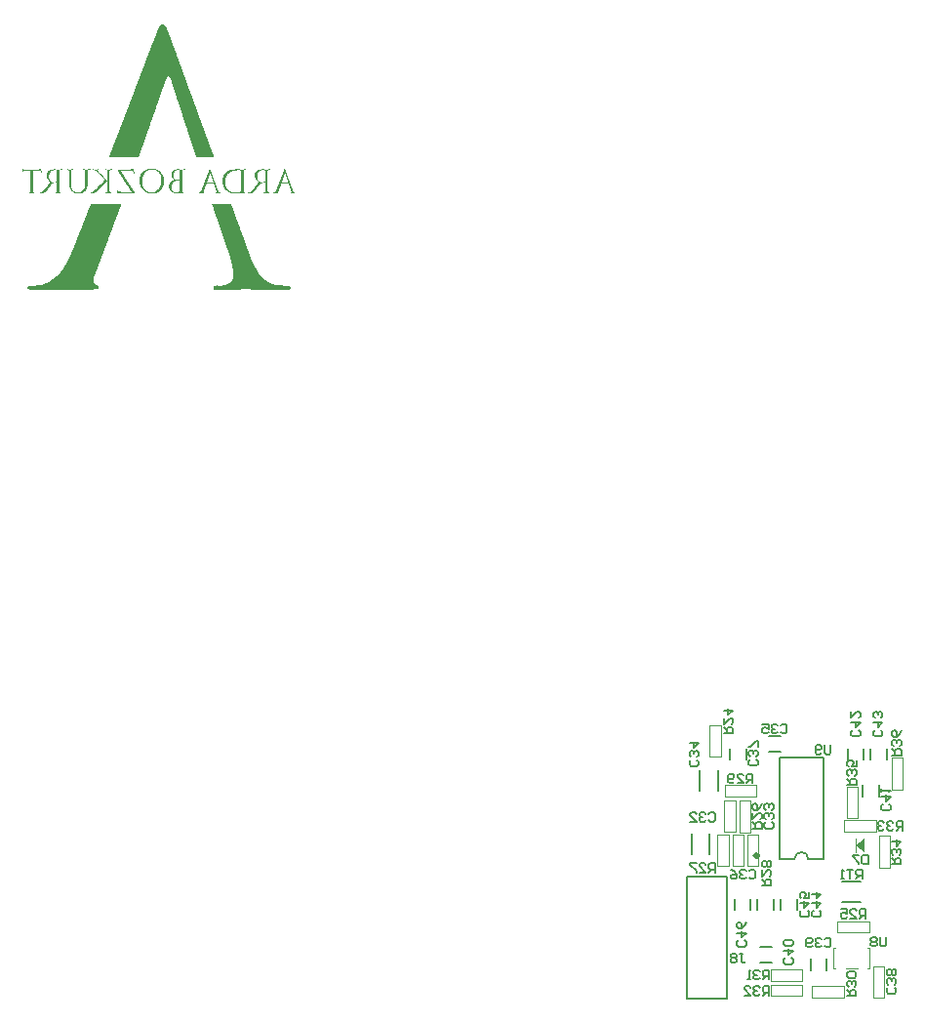
<source format=gbo>
G04*
G04 #@! TF.GenerationSoftware,Altium Limited,Altium Designer,23.4.1 (23)*
G04*
G04 Layer_Color=32896*
%FSLAX25Y25*%
%MOIN*%
G70*
G04*
G04 #@! TF.SameCoordinates,A51C0158-4689-45C6-BA85-3C71187D63DA*
G04*
G04*
G04 #@! TF.FilePolarity,Positive*
G04*
G01*
G75*
%ADD10C,0.00787*%
%ADD17C,0.00394*%
%ADD18C,0.00591*%
%ADD169C,0.01378*%
G36*
X111093Y333991D02*
X111173D01*
Y333912D01*
X111332D01*
Y333832D01*
X111412D01*
Y333752D01*
X111492D01*
Y333673D01*
X111571D01*
Y333593D01*
X111651D01*
Y333513D01*
X111731D01*
Y333434D01*
X111810D01*
Y333274D01*
X111890D01*
Y333195D01*
X111970D01*
Y333035D01*
X112049D01*
Y332876D01*
X112129D01*
Y332717D01*
X112209D01*
Y332558D01*
X112288D01*
Y332398D01*
X112368D01*
Y332239D01*
X112448D01*
Y332000D01*
X112527D01*
Y331841D01*
X112607D01*
Y331681D01*
X112687D01*
Y331522D01*
X112766D01*
Y331283D01*
X112846D01*
Y331044D01*
X112926D01*
Y330885D01*
X113005D01*
Y330646D01*
X113085D01*
Y330486D01*
X113164D01*
Y330248D01*
X113244D01*
Y330009D01*
X113324D01*
Y329849D01*
X113403D01*
Y329610D01*
X113483D01*
Y329371D01*
X113563D01*
Y329212D01*
X113642D01*
Y328973D01*
X113722D01*
Y328734D01*
X113802D01*
Y328495D01*
X113881D01*
Y328336D01*
X113961D01*
Y328097D01*
X114041D01*
Y327858D01*
X114120D01*
Y327699D01*
X114200D01*
Y327460D01*
X114280D01*
Y327221D01*
X114359D01*
Y326982D01*
X114439D01*
Y326743D01*
X114519D01*
Y326584D01*
X114598D01*
Y326345D01*
X114678D01*
Y326106D01*
X114758D01*
Y325946D01*
X114837D01*
Y325707D01*
X114917D01*
Y325468D01*
X114997D01*
Y325229D01*
X115076D01*
Y324991D01*
X115156D01*
Y324831D01*
X115235D01*
Y324592D01*
X115315D01*
Y324353D01*
X115395D01*
Y324194D01*
X115474D01*
Y323955D01*
X115554D01*
Y323716D01*
X115634D01*
Y323477D01*
X115713D01*
Y323318D01*
X115793D01*
Y323079D01*
X115873D01*
Y322840D01*
X115952D01*
Y322601D01*
X116032D01*
Y322442D01*
X116112D01*
Y322203D01*
X116191D01*
Y321964D01*
X116271D01*
Y321804D01*
X116351D01*
Y321565D01*
X116430D01*
Y321326D01*
X116510D01*
Y321087D01*
X116590D01*
Y320928D01*
X116669D01*
Y320689D01*
X116749D01*
Y320450D01*
X116829D01*
Y320211D01*
X116908D01*
Y320052D01*
X116988D01*
Y319813D01*
X117068D01*
Y319574D01*
X117147D01*
Y319415D01*
X117227D01*
Y319176D01*
X117306D01*
Y318937D01*
X117386D01*
Y318698D01*
X117466D01*
Y318538D01*
X117545D01*
Y318300D01*
X117625D01*
Y318061D01*
X117705D01*
Y317822D01*
X117784D01*
Y317583D01*
X117864D01*
Y317423D01*
X117944D01*
Y317184D01*
X118023D01*
Y316945D01*
X118103D01*
Y316706D01*
X118183D01*
Y316547D01*
X118262D01*
Y316308D01*
X118342D01*
Y316069D01*
X118422D01*
Y315910D01*
X118501D01*
Y315671D01*
X118581D01*
Y315432D01*
X118661D01*
Y315193D01*
X118740D01*
Y315034D01*
X118820D01*
Y314795D01*
X118900D01*
Y314556D01*
X118979D01*
Y314317D01*
X119059D01*
Y314158D01*
X119139D01*
Y313919D01*
X119218D01*
Y313680D01*
X119298D01*
Y313520D01*
X119378D01*
Y313281D01*
X119457D01*
Y313042D01*
X119537D01*
Y312803D01*
X119616D01*
Y312644D01*
X119696D01*
Y312405D01*
X119776D01*
Y312166D01*
X119855D01*
Y311927D01*
X119935D01*
Y311768D01*
X120015D01*
Y311529D01*
X120094D01*
Y311290D01*
X120174D01*
Y311131D01*
X120254D01*
Y310892D01*
X120333D01*
Y310653D01*
X120413D01*
Y310414D01*
X120493D01*
Y310255D01*
X120572D01*
Y310016D01*
X120652D01*
Y309777D01*
X120732D01*
Y309538D01*
X120811D01*
Y309299D01*
X120891D01*
Y309139D01*
X120970D01*
Y308900D01*
X121050D01*
Y308662D01*
X121130D01*
Y308502D01*
X121210D01*
Y308263D01*
X121289D01*
Y308024D01*
X121369D01*
Y307785D01*
X121449D01*
Y307626D01*
X121528D01*
Y307387D01*
X121608D01*
Y307148D01*
X121687D01*
Y306909D01*
X121767D01*
Y306750D01*
X121847D01*
Y306511D01*
X121926D01*
Y306272D01*
X122006D01*
Y306033D01*
X122086D01*
Y305874D01*
X122165D01*
Y305635D01*
X122245D01*
Y305396D01*
X122325D01*
Y305236D01*
X122404D01*
Y304997D01*
X122484D01*
Y304759D01*
X122564D01*
Y304599D01*
X122643D01*
Y304360D01*
X122723D01*
Y304121D01*
X122803D01*
Y303882D01*
X122882D01*
Y303643D01*
X122962D01*
Y303484D01*
X123041D01*
Y303245D01*
X123121D01*
Y303006D01*
X123201D01*
Y302847D01*
X123281D01*
Y302608D01*
X123360D01*
Y302369D01*
X123440D01*
Y302130D01*
X123519D01*
Y301971D01*
X123599D01*
Y301732D01*
X123679D01*
Y301493D01*
X123758D01*
Y301254D01*
X123838D01*
Y301094D01*
X123918D01*
Y300855D01*
X123997D01*
Y300617D01*
X124077D01*
Y300377D01*
X124157D01*
Y300138D01*
X124236D01*
Y299979D01*
X124316D01*
Y299740D01*
X124396D01*
Y299501D01*
X124475D01*
Y299342D01*
X124555D01*
Y299103D01*
X124635D01*
Y298864D01*
X124714D01*
Y298705D01*
X124794D01*
Y298466D01*
X124874D01*
Y298227D01*
X124953D01*
Y297988D01*
X125033D01*
Y297829D01*
X125112D01*
Y297590D01*
X125192D01*
Y297351D01*
X125272D01*
Y297112D01*
X125352D01*
Y296952D01*
X125431D01*
Y296713D01*
X125511D01*
Y296475D01*
X125590D01*
Y296315D01*
X125670D01*
Y296076D01*
X125750D01*
Y295837D01*
X125829D01*
Y295598D01*
X125909D01*
Y295439D01*
X125989D01*
Y295200D01*
X126068D01*
Y294961D01*
X126148D01*
Y294722D01*
X126228D01*
Y294563D01*
X126307D01*
Y294324D01*
X126387D01*
Y294085D01*
X126467D01*
Y293926D01*
X126546D01*
Y293687D01*
X126626D01*
Y293448D01*
X126706D01*
Y293209D01*
X126785D01*
Y292970D01*
X126865D01*
Y292810D01*
X126944D01*
Y292571D01*
X127024D01*
Y292333D01*
X127104D01*
Y292094D01*
X127183D01*
Y291934D01*
X127263D01*
Y291695D01*
X127343D01*
Y291456D01*
X127422D01*
Y291217D01*
X127502D01*
Y291058D01*
X127582D01*
Y290819D01*
X127661D01*
Y290580D01*
X127741D01*
Y290421D01*
X127821D01*
Y290182D01*
X127900D01*
Y289943D01*
X127980D01*
Y289704D01*
X128060D01*
Y289545D01*
X128139D01*
Y289306D01*
X128219D01*
Y289067D01*
X128299D01*
Y288828D01*
X128378D01*
Y288668D01*
X122325D01*
Y288828D01*
X122245D01*
Y289067D01*
X122165D01*
Y289306D01*
X122086D01*
Y289545D01*
X122006D01*
Y289784D01*
X121926D01*
Y290023D01*
X121847D01*
Y290262D01*
X121767D01*
Y290500D01*
X121687D01*
Y290739D01*
X121608D01*
Y290978D01*
X121528D01*
Y291217D01*
X121449D01*
Y291536D01*
X121369D01*
Y291695D01*
X121289D01*
Y291934D01*
X121210D01*
Y292173D01*
X121130D01*
Y292492D01*
X121050D01*
Y292651D01*
X120970D01*
Y292970D01*
X120891D01*
Y293209D01*
X120811D01*
Y293448D01*
X120732D01*
Y293687D01*
X120652D01*
Y293926D01*
X120572D01*
Y294164D01*
X120493D01*
Y294404D01*
X120413D01*
Y294642D01*
X120333D01*
Y294881D01*
X120254D01*
Y295120D01*
X120174D01*
Y295359D01*
X120094D01*
Y295598D01*
X120015D01*
Y295837D01*
X119935D01*
Y296076D01*
X119855D01*
Y296315D01*
X119776D01*
Y296634D01*
X119696D01*
Y296873D01*
X119616D01*
Y297112D01*
X119537D01*
Y297351D01*
X119457D01*
Y297590D01*
X119378D01*
Y297829D01*
X119298D01*
Y298068D01*
X119218D01*
Y298306D01*
X119139D01*
Y298546D01*
X119059D01*
Y298784D01*
X118979D01*
Y299023D01*
X118900D01*
Y299262D01*
X118820D01*
Y299501D01*
X118740D01*
Y299740D01*
X118661D01*
Y299979D01*
X118581D01*
Y300218D01*
X118501D01*
Y300457D01*
X118422D01*
Y300696D01*
X118342D01*
Y300935D01*
X118262D01*
Y301254D01*
X118183D01*
Y301493D01*
X118103D01*
Y301732D01*
X118023D01*
Y301971D01*
X117944D01*
Y302209D01*
X117864D01*
Y302449D01*
X117784D01*
Y302687D01*
X117705D01*
Y302926D01*
X117625D01*
Y303165D01*
X117545D01*
Y303404D01*
X117466D01*
Y303643D01*
X117386D01*
Y303882D01*
X117306D01*
Y304121D01*
X117227D01*
Y304360D01*
X117147D01*
Y304599D01*
X117068D01*
Y304918D01*
X116988D01*
Y305077D01*
X116908D01*
Y305396D01*
X116829D01*
Y305635D01*
X116749D01*
Y305874D01*
X116669D01*
Y306113D01*
X116590D01*
Y306351D01*
X116510D01*
Y306591D01*
X116430D01*
Y306829D01*
X116351D01*
Y307068D01*
X116271D01*
Y307307D01*
X116191D01*
Y307546D01*
X116112D01*
Y307785D01*
X116032D01*
Y308024D01*
X115952D01*
Y308263D01*
X115873D01*
Y308502D01*
X115793D01*
Y308741D01*
X115713D01*
Y308980D01*
X115634D01*
Y309219D01*
X115554D01*
Y309458D01*
X115474D01*
Y309777D01*
X115395D01*
Y310016D01*
X115315D01*
Y310255D01*
X115235D01*
Y310493D01*
X115156D01*
Y310733D01*
X115076D01*
Y310971D01*
X114997D01*
Y311210D01*
X114917D01*
Y311449D01*
X114837D01*
Y311688D01*
X114758D01*
Y311927D01*
X114678D01*
Y312166D01*
X114598D01*
Y312405D01*
X114519D01*
Y312644D01*
X114439D01*
Y312883D01*
X114359D01*
Y313202D01*
X114280D01*
Y313361D01*
X114200D01*
Y313600D01*
X114120D01*
Y313839D01*
X114041D01*
Y314158D01*
X113961D01*
Y314317D01*
X113881D01*
Y314635D01*
X113802D01*
Y314875D01*
X113722D01*
Y315113D01*
X113642D01*
Y315273D01*
X113563D01*
Y315432D01*
X113483D01*
Y315591D01*
X113403D01*
Y315751D01*
X113324D01*
Y315910D01*
X113244D01*
Y315990D01*
X113164D01*
Y316069D01*
X113085D01*
Y316149D01*
X113005D01*
Y316229D01*
X112687D01*
Y316149D01*
X112527D01*
Y316069D01*
X112448D01*
Y315990D01*
X112368D01*
Y315830D01*
X112288D01*
Y315751D01*
X112209D01*
Y315591D01*
X112129D01*
Y315432D01*
X112049D01*
Y315273D01*
X111970D01*
Y315034D01*
X111890D01*
Y314875D01*
X111810D01*
Y314635D01*
X111731D01*
Y314397D01*
X111651D01*
Y314158D01*
X111571D01*
Y313919D01*
X111492D01*
Y313680D01*
X111412D01*
Y313441D01*
X111332D01*
Y313202D01*
X111253D01*
Y313042D01*
X111173D01*
Y312803D01*
X111093D01*
Y312564D01*
X111014D01*
Y312326D01*
X110934D01*
Y312087D01*
X110854D01*
Y311927D01*
X110775D01*
Y311688D01*
X110695D01*
Y311449D01*
X110616D01*
Y311210D01*
X110536D01*
Y310971D01*
X110456D01*
Y310733D01*
X110377D01*
Y310493D01*
X110297D01*
Y310334D01*
X110217D01*
Y310016D01*
X110138D01*
Y309856D01*
X110058D01*
Y309617D01*
X109978D01*
Y309378D01*
X109899D01*
Y309139D01*
X109819D01*
Y308900D01*
X109739D01*
Y308741D01*
X109660D01*
Y308502D01*
X109580D01*
Y308263D01*
X109500D01*
Y308024D01*
X109421D01*
Y307785D01*
X109341D01*
Y307546D01*
X109262D01*
Y307307D01*
X109182D01*
Y307068D01*
X109102D01*
Y306909D01*
X109022D01*
Y306670D01*
X108943D01*
Y306431D01*
X108863D01*
Y306192D01*
X108784D01*
Y305953D01*
X108704D01*
Y305714D01*
X108624D01*
Y305555D01*
X108545D01*
Y305316D01*
X108465D01*
Y305077D01*
X108385D01*
Y304838D01*
X108306D01*
Y304599D01*
X108226D01*
Y304360D01*
X108146D01*
Y304121D01*
X108067D01*
Y303962D01*
X107987D01*
Y303643D01*
X107907D01*
Y303484D01*
X107828D01*
Y303245D01*
X107748D01*
Y303006D01*
X107668D01*
Y302767D01*
X107589D01*
Y302528D01*
X107509D01*
Y302369D01*
X107429D01*
Y302130D01*
X107350D01*
Y301891D01*
X107270D01*
Y301652D01*
X107191D01*
Y301413D01*
X107111D01*
Y301174D01*
X107031D01*
Y300935D01*
X106951D01*
Y300776D01*
X106872D01*
Y300537D01*
X106792D01*
Y300298D01*
X106713D01*
Y300059D01*
X106633D01*
Y299820D01*
X106553D01*
Y299581D01*
X106474D01*
Y299422D01*
X106394D01*
Y299183D01*
X106314D01*
Y298944D01*
X106235D01*
Y298705D01*
X106155D01*
Y298466D01*
X106075D01*
Y298227D01*
X105996D01*
Y297988D01*
X105916D01*
Y297749D01*
X105836D01*
Y297590D01*
X105757D01*
Y297351D01*
X105677D01*
Y297112D01*
X105597D01*
Y296873D01*
X105518D01*
Y296634D01*
X105438D01*
Y296395D01*
X105359D01*
Y296156D01*
X105279D01*
Y295996D01*
X105199D01*
Y295758D01*
X105120D01*
Y295519D01*
X105040D01*
Y295280D01*
X104960D01*
Y295041D01*
X104880D01*
Y294881D01*
X104801D01*
Y294563D01*
X104721D01*
Y294404D01*
X104642D01*
Y294164D01*
X104562D01*
Y293926D01*
X104482D01*
Y293687D01*
X104403D01*
Y293448D01*
X104323D01*
Y293288D01*
X104243D01*
Y293049D01*
X104164D01*
Y292810D01*
X104084D01*
Y292571D01*
X104004D01*
Y292333D01*
X103925D01*
Y292094D01*
X103845D01*
Y291934D01*
X103765D01*
Y291695D01*
X103686D01*
Y291377D01*
X103606D01*
Y291217D01*
X103526D01*
Y290978D01*
X103447D01*
Y290739D01*
X103367D01*
Y290500D01*
X103287D01*
Y290262D01*
X103208D01*
Y290102D01*
X103128D01*
Y289863D01*
X103049D01*
Y289624D01*
X102969D01*
Y289385D01*
X102889D01*
Y289146D01*
X102810D01*
Y288987D01*
X102730D01*
Y288668D01*
X92534D01*
Y288828D01*
X92614D01*
Y289067D01*
X92694D01*
Y289306D01*
X92773D01*
Y289465D01*
X92853D01*
Y289704D01*
X92932D01*
Y289943D01*
X93012D01*
Y290102D01*
X93092D01*
Y290341D01*
X93172D01*
Y290500D01*
X93251D01*
Y290739D01*
X93331D01*
Y290899D01*
X93410D01*
Y291138D01*
X93490D01*
Y291377D01*
X93570D01*
Y291536D01*
X93649D01*
Y291775D01*
X93729D01*
Y291934D01*
X93809D01*
Y292173D01*
X93888D01*
Y292412D01*
X93968D01*
Y292571D01*
X94048D01*
Y292810D01*
X94127D01*
Y292970D01*
X94207D01*
Y293209D01*
X94287D01*
Y293448D01*
X94366D01*
Y293607D01*
X94446D01*
Y293846D01*
X94526D01*
Y294005D01*
X94605D01*
Y294244D01*
X94685D01*
Y294404D01*
X94765D01*
Y294642D01*
X94844D01*
Y294802D01*
X94924D01*
Y295041D01*
X95003D01*
Y295280D01*
X95083D01*
Y295439D01*
X95163D01*
Y295678D01*
X95243D01*
Y295917D01*
X95322D01*
Y296076D01*
X95402D01*
Y296315D01*
X95481D01*
Y296475D01*
X95561D01*
Y296713D01*
X95641D01*
Y296952D01*
X95720D01*
Y297112D01*
X95800D01*
Y297351D01*
X95880D01*
Y297510D01*
X95959D01*
Y297749D01*
X96039D01*
Y297908D01*
X96119D01*
Y298147D01*
X96198D01*
Y298386D01*
X96278D01*
Y298546D01*
X96358D01*
Y298784D01*
X96437D01*
Y298944D01*
X96517D01*
Y299183D01*
X96597D01*
Y299422D01*
X96676D01*
Y299581D01*
X96756D01*
Y299820D01*
X96836D01*
Y299979D01*
X96915D01*
Y300218D01*
X96995D01*
Y300457D01*
X97075D01*
Y300617D01*
X97154D01*
Y300855D01*
X97234D01*
Y301015D01*
X97313D01*
Y301254D01*
X97393D01*
Y301413D01*
X97473D01*
Y301652D01*
X97552D01*
Y301891D01*
X97632D01*
Y302050D01*
X97712D01*
Y302289D01*
X97791D01*
Y302449D01*
X97871D01*
Y302687D01*
X97951D01*
Y302926D01*
X98030D01*
Y303086D01*
X98110D01*
Y303325D01*
X98190D01*
Y303484D01*
X98269D01*
Y303723D01*
X98349D01*
Y303962D01*
X98429D01*
Y304121D01*
X98508D01*
Y304360D01*
X98588D01*
Y304599D01*
X98668D01*
Y304759D01*
X98747D01*
Y304997D01*
X98827D01*
Y305157D01*
X98906D01*
Y305396D01*
X98986D01*
Y305635D01*
X99066D01*
Y305794D01*
X99146D01*
Y306033D01*
X99225D01*
Y306192D01*
X99305D01*
Y306431D01*
X99384D01*
Y306670D01*
X99464D01*
Y306829D01*
X99544D01*
Y307068D01*
X99623D01*
Y307228D01*
X99703D01*
Y307467D01*
X99783D01*
Y307706D01*
X99862D01*
Y307865D01*
X99942D01*
Y308104D01*
X100022D01*
Y308343D01*
X100101D01*
Y308502D01*
X100181D01*
Y308741D01*
X100261D01*
Y308900D01*
X100340D01*
Y309139D01*
X100420D01*
Y309299D01*
X100500D01*
Y309538D01*
X100579D01*
Y309777D01*
X100659D01*
Y310016D01*
X100739D01*
Y310175D01*
X100818D01*
Y310414D01*
X100898D01*
Y310573D01*
X100978D01*
Y310812D01*
X101057D01*
Y310971D01*
X101137D01*
Y311210D01*
X101216D01*
Y311449D01*
X101296D01*
Y311609D01*
X101376D01*
Y311848D01*
X101455D01*
Y312087D01*
X101535D01*
Y312246D01*
X101615D01*
Y312485D01*
X101694D01*
Y312644D01*
X101774D01*
Y312883D01*
X101854D01*
Y313122D01*
X101933D01*
Y313281D01*
X102013D01*
Y313520D01*
X102093D01*
Y313759D01*
X102172D01*
Y313919D01*
X102252D01*
Y314158D01*
X102332D01*
Y314317D01*
X102411D01*
Y314556D01*
X102491D01*
Y314795D01*
X102571D01*
Y314954D01*
X102650D01*
Y315193D01*
X102730D01*
Y315432D01*
X102810D01*
Y315591D01*
X102889D01*
Y315830D01*
X102969D01*
Y316069D01*
X103049D01*
Y316229D01*
X103128D01*
Y316467D01*
X103208D01*
Y316627D01*
X103287D01*
Y316866D01*
X103367D01*
Y317105D01*
X103447D01*
Y317264D01*
X103526D01*
Y317503D01*
X103606D01*
Y317742D01*
X103686D01*
Y317901D01*
X103765D01*
Y318140D01*
X103845D01*
Y318300D01*
X103925D01*
Y318538D01*
X104004D01*
Y318777D01*
X104084D01*
Y318937D01*
X104164D01*
Y319176D01*
X104243D01*
Y319415D01*
X104323D01*
Y319574D01*
X104403D01*
Y319813D01*
X104482D01*
Y319972D01*
X104562D01*
Y320211D01*
X104642D01*
Y320450D01*
X104721D01*
Y320609D01*
X104801D01*
Y320848D01*
X104880D01*
Y321008D01*
X104960D01*
Y321247D01*
X105040D01*
Y321486D01*
X105120D01*
Y321645D01*
X105199D01*
Y321884D01*
X105279D01*
Y322123D01*
X105359D01*
Y322282D01*
X105438D01*
Y322521D01*
X105518D01*
Y322680D01*
X105597D01*
Y322919D01*
X105677D01*
Y323158D01*
X105757D01*
Y323318D01*
X105836D01*
Y323557D01*
X105916D01*
Y323716D01*
X105996D01*
Y323955D01*
X106075D01*
Y324194D01*
X106155D01*
Y324353D01*
X106235D01*
Y324592D01*
X106314D01*
Y324751D01*
X106394D01*
Y324991D01*
X106474D01*
Y325229D01*
X106553D01*
Y325389D01*
X106633D01*
Y325628D01*
X106713D01*
Y325867D01*
X106792D01*
Y326026D01*
X106872D01*
Y326265D01*
X106951D01*
Y326424D01*
X107031D01*
Y326663D01*
X107111D01*
Y326902D01*
X107191D01*
Y327061D01*
X107270D01*
Y327300D01*
X107350D01*
Y327460D01*
X107429D01*
Y327699D01*
X107509D01*
Y327858D01*
X107589D01*
Y328097D01*
X107668D01*
Y328336D01*
X107748D01*
Y328495D01*
X107828D01*
Y328734D01*
X107907D01*
Y328893D01*
X107987D01*
Y329053D01*
X108067D01*
Y329292D01*
X108146D01*
Y329451D01*
X108226D01*
Y329690D01*
X108306D01*
Y329929D01*
X108385D01*
Y330088D01*
X108465D01*
Y330327D01*
X108545D01*
Y330566D01*
X108624D01*
Y330726D01*
X108704D01*
Y330964D01*
X108784D01*
Y331124D01*
X108863D01*
Y331363D01*
X108943D01*
Y331522D01*
X109022D01*
Y331761D01*
X109102D01*
Y331920D01*
X109182D01*
Y332159D01*
X109262D01*
Y332319D01*
X109341D01*
Y332478D01*
X109421D01*
Y332637D01*
X109500D01*
Y332797D01*
X109580D01*
Y332956D01*
X109660D01*
Y333115D01*
X109739D01*
Y333195D01*
X109819D01*
Y333354D01*
X109899D01*
Y333434D01*
X109978D01*
Y333513D01*
X110058D01*
Y333673D01*
X110138D01*
Y333752D01*
X110297D01*
Y333832D01*
X110456D01*
Y333912D01*
X110536D01*
Y333991D01*
X110616D01*
Y334071D01*
X111093D01*
Y333991D01*
D02*
G37*
G36*
X147654Y284367D02*
X147097D01*
Y284288D01*
X146938D01*
Y284208D01*
X146858D01*
Y284049D01*
X146778D01*
Y277039D01*
X146858D01*
Y276720D01*
X146938D01*
Y276641D01*
X147017D01*
Y276561D01*
X147177D01*
Y276482D01*
X147495D01*
Y276402D01*
X144867D01*
Y276482D01*
X145424D01*
Y276561D01*
X145663D01*
Y276641D01*
X145743D01*
Y276720D01*
X145822D01*
Y277039D01*
X145902D01*
Y279907D01*
X144946D01*
Y279827D01*
X144309D01*
Y279668D01*
X144229D01*
Y279588D01*
X144150D01*
Y279508D01*
X144070D01*
Y279349D01*
X143990D01*
Y279269D01*
X143911D01*
Y279190D01*
X143831D01*
Y279030D01*
X143751D01*
Y278951D01*
X143672D01*
Y278871D01*
X143592D01*
Y278712D01*
X143512D01*
Y278632D01*
X143433D01*
Y278552D01*
X143353D01*
Y278393D01*
X143273D01*
Y278313D01*
X143194D01*
Y278234D01*
X143114D01*
Y278075D01*
X143035D01*
Y277995D01*
X142955D01*
Y277836D01*
X142875D01*
Y277756D01*
X142796D01*
Y277676D01*
X142716D01*
Y277597D01*
X142636D01*
Y277437D01*
X142557D01*
Y277358D01*
X142477D01*
Y277278D01*
X142397D01*
Y277198D01*
X142318D01*
Y277039D01*
X142158D01*
Y276880D01*
X142079D01*
Y276800D01*
X141919D01*
Y276720D01*
X141840D01*
Y276641D01*
X141680D01*
Y276561D01*
X141521D01*
Y276482D01*
X141282D01*
Y276402D01*
X139530D01*
Y276482D01*
X140008D01*
Y276561D01*
X140326D01*
Y276641D01*
X140565D01*
Y276720D01*
X140725D01*
Y276800D01*
X140804D01*
Y276880D01*
X140964D01*
Y276959D01*
X141043D01*
Y277039D01*
X141123D01*
Y277119D01*
X141202D01*
Y277198D01*
X141282D01*
Y277278D01*
X141362D01*
Y277358D01*
X141442D01*
Y277437D01*
X141521D01*
Y277517D01*
X141601D01*
Y277597D01*
X141680D01*
Y277676D01*
X141760D01*
Y277836D01*
X141840D01*
Y277915D01*
X141919D01*
Y277995D01*
X141999D01*
Y278075D01*
X142079D01*
Y278154D01*
X142158D01*
Y278313D01*
X142238D01*
Y278393D01*
X142318D01*
Y278473D01*
X142397D01*
Y278552D01*
X142477D01*
Y278632D01*
X142557D01*
Y278791D01*
X142636D01*
Y278871D01*
X142716D01*
Y278951D01*
X142796D01*
Y279110D01*
X142875D01*
Y279190D01*
X142955D01*
Y279269D01*
X143035D01*
Y279349D01*
X143114D01*
Y279508D01*
X143194D01*
Y279588D01*
X143273D01*
Y279668D01*
X143353D01*
Y279827D01*
X143433D01*
Y279907D01*
X143512D01*
Y279986D01*
X143592D01*
Y280146D01*
X143512D01*
Y280225D01*
X143433D01*
Y280305D01*
X143353D01*
Y280384D01*
X143273D01*
Y280464D01*
X143194D01*
Y280544D01*
X143114D01*
Y280703D01*
X143035D01*
Y280783D01*
X142955D01*
Y280862D01*
X142875D01*
Y280942D01*
X142796D01*
Y281101D01*
X142716D01*
Y281261D01*
X142636D01*
Y281340D01*
X142557D01*
Y281579D01*
X142477D01*
Y281818D01*
X142397D01*
Y282057D01*
X142318D01*
Y283013D01*
X142397D01*
Y283252D01*
X142477D01*
Y283411D01*
X142557D01*
Y283571D01*
X142636D01*
Y283650D01*
X142716D01*
Y283730D01*
X142796D01*
Y283810D01*
X142875D01*
Y283889D01*
X142955D01*
Y283969D01*
X143035D01*
Y284049D01*
X143114D01*
Y284128D01*
X143273D01*
Y284208D01*
X143433D01*
Y284288D01*
X143672D01*
Y284367D01*
X143990D01*
Y284447D01*
X144628D01*
Y284526D01*
X145504D01*
Y284447D01*
X147017D01*
Y284526D01*
X147654D01*
Y284367D01*
D02*
G37*
G36*
X139450D02*
X138893D01*
Y284288D01*
X138733D01*
Y284208D01*
X138654D01*
Y284049D01*
X138574D01*
Y277119D01*
X138654D01*
Y276720D01*
X138733D01*
Y276641D01*
X138813D01*
Y276561D01*
X138972D01*
Y276482D01*
X139291D01*
Y276402D01*
X137220D01*
Y276322D01*
X134751D01*
Y276402D01*
X134352D01*
Y276482D01*
X134113D01*
Y276561D01*
X133874D01*
Y276641D01*
X133635D01*
Y276720D01*
X133476D01*
Y276800D01*
X133317D01*
Y276880D01*
X133158D01*
Y276959D01*
X133078D01*
Y277039D01*
X132919D01*
Y277119D01*
X132839D01*
Y277198D01*
X132759D01*
Y277278D01*
X132600D01*
Y277358D01*
X132520D01*
Y277437D01*
X132441D01*
Y277517D01*
X132361D01*
Y277597D01*
X132281D01*
Y277756D01*
X132202D01*
Y277836D01*
X132122D01*
Y277915D01*
X132042D01*
Y278075D01*
X131963D01*
Y278154D01*
X131883D01*
Y278313D01*
X131803D01*
Y278393D01*
Y278473D01*
X131724D01*
Y278632D01*
X131644D01*
Y278791D01*
X131564D01*
Y278951D01*
X131485D01*
Y279190D01*
X131405D01*
Y279508D01*
X131325D01*
Y279986D01*
X131246D01*
Y281181D01*
X131325D01*
Y281579D01*
X131405D01*
Y281818D01*
X131485D01*
Y282057D01*
X131564D01*
Y282217D01*
X131644D01*
Y282376D01*
X131724D01*
Y282535D01*
X131803D01*
Y282694D01*
X131883D01*
Y282774D01*
X131963D01*
Y282933D01*
X132042D01*
Y283013D01*
X132122D01*
Y283093D01*
X132202D01*
Y283172D01*
X132281D01*
Y283332D01*
X132361D01*
Y283411D01*
X132441D01*
Y283491D01*
X132600D01*
Y283571D01*
X132680D01*
Y283650D01*
X132759D01*
Y283730D01*
X132919D01*
Y283810D01*
X132998D01*
Y283889D01*
X133158D01*
Y283969D01*
X133317D01*
Y284049D01*
X133476D01*
Y284128D01*
X133715D01*
Y284208D01*
X133954D01*
Y284288D01*
X134273D01*
Y284367D01*
X134671D01*
Y284447D01*
X135706D01*
Y284526D01*
X137459D01*
Y284447D01*
X138733D01*
Y284526D01*
X139450D01*
Y284367D01*
D02*
G37*
G36*
X118501D02*
X117944D01*
Y284288D01*
X117784D01*
Y284208D01*
X117705D01*
Y284049D01*
X117625D01*
Y277039D01*
X117705D01*
Y276720D01*
X117784D01*
Y276641D01*
X117864D01*
Y276561D01*
X118023D01*
Y276482D01*
X118342D01*
Y276402D01*
X114917D01*
Y276482D01*
X114598D01*
Y276561D01*
X114359D01*
Y276641D01*
X114200D01*
Y276720D01*
X114041D01*
Y276800D01*
X113961D01*
Y276880D01*
X113881D01*
Y276959D01*
X113722D01*
Y277039D01*
X113642D01*
Y277198D01*
X113563D01*
Y277278D01*
X113483D01*
Y277358D01*
X113403D01*
Y277437D01*
X113324D01*
Y277597D01*
X113244D01*
Y277756D01*
X113164D01*
Y277915D01*
X113085D01*
Y278154D01*
X113005D01*
Y279269D01*
X113085D01*
Y279508D01*
X113164D01*
Y279668D01*
X113244D01*
Y279827D01*
X113324D01*
Y279907D01*
X113403D01*
Y279986D01*
X113483D01*
Y280066D01*
X113563D01*
Y280225D01*
X113642D01*
Y280305D01*
X113802D01*
Y280384D01*
X113881D01*
Y280464D01*
X113961D01*
Y280544D01*
X114041D01*
Y280623D01*
X114200D01*
Y280703D01*
X114359D01*
Y280783D01*
X114519D01*
Y280862D01*
X114678D01*
Y280942D01*
X114758D01*
Y281101D01*
X114678D01*
Y281181D01*
X114598D01*
Y281261D01*
X114519D01*
Y281340D01*
X114439D01*
Y281420D01*
X114359D01*
Y281500D01*
X114280D01*
Y281659D01*
X114200D01*
Y281739D01*
X114120D01*
Y281898D01*
X114041D01*
Y281978D01*
X113961D01*
Y282217D01*
X113881D01*
Y282455D01*
X113802D01*
Y283252D01*
X113881D01*
Y283491D01*
X113961D01*
Y283571D01*
X114041D01*
Y283730D01*
X114120D01*
Y283810D01*
X114200D01*
Y283889D01*
X114280D01*
Y283969D01*
X114359D01*
Y284049D01*
X114439D01*
Y284128D01*
X114519D01*
Y284208D01*
X114678D01*
Y284288D01*
X114837D01*
Y284367D01*
X115076D01*
Y284447D01*
X115634D01*
Y284526D01*
X116590D01*
Y284447D01*
X117864D01*
Y284526D01*
X118501D01*
Y284367D01*
D02*
G37*
G36*
X93649D02*
X93092D01*
Y284288D01*
X92932D01*
Y284208D01*
X92853D01*
Y284049D01*
X92773D01*
Y277039D01*
X92853D01*
Y276720D01*
X92932D01*
Y276641D01*
X93012D01*
Y276561D01*
X93172D01*
Y276482D01*
X93490D01*
Y276402D01*
X90941D01*
Y276482D01*
X91339D01*
Y276561D01*
X91658D01*
Y276641D01*
X91738D01*
Y276720D01*
X91817D01*
Y277039D01*
X91897D01*
Y280066D01*
Y280146D01*
Y280544D01*
X91817D01*
Y280464D01*
X91738D01*
Y280384D01*
X91658D01*
Y280305D01*
X91578D01*
Y280225D01*
X91499D01*
Y280146D01*
X91419D01*
Y280066D01*
X91339D01*
Y279986D01*
X91260D01*
Y279827D01*
X91180D01*
Y279747D01*
X91101D01*
Y279668D01*
X91021D01*
Y279588D01*
X90941D01*
Y279508D01*
X90861D01*
Y279429D01*
X90782D01*
Y279349D01*
X90702D01*
Y279269D01*
X90623D01*
Y279110D01*
X90463D01*
Y278951D01*
X90304D01*
Y278791D01*
X90224D01*
Y278712D01*
X90145D01*
Y278632D01*
X90065D01*
Y278552D01*
X89985D01*
Y278473D01*
X89906D01*
Y278393D01*
X89826D01*
Y278313D01*
X89746D01*
Y278234D01*
X89667D01*
Y278154D01*
X89587D01*
Y278075D01*
X89507D01*
Y277995D01*
X89428D01*
Y277915D01*
X89348D01*
Y277836D01*
X89268D01*
Y277756D01*
X89189D01*
Y277676D01*
X89109D01*
Y277597D01*
X89030D01*
Y277517D01*
X88950D01*
Y277437D01*
X88870D01*
Y277358D01*
X88791D01*
Y277278D01*
X88711D01*
Y277198D01*
X88631D01*
Y277119D01*
X88552D01*
Y277039D01*
X88472D01*
Y276959D01*
X88392D01*
Y276880D01*
X88233D01*
Y276800D01*
X88153D01*
Y276720D01*
X87994D01*
Y276641D01*
X87914D01*
Y276561D01*
X87755D01*
Y276482D01*
X87516D01*
Y276402D01*
X85764D01*
Y276482D01*
X86162D01*
Y276561D01*
X86481D01*
Y276641D01*
X86640D01*
Y276720D01*
X86799D01*
Y276800D01*
X86958D01*
Y276880D01*
X87038D01*
Y276959D01*
X87197D01*
Y277039D01*
X87277D01*
Y277119D01*
X87357D01*
Y277198D01*
X87436D01*
Y277278D01*
X87516D01*
Y277358D01*
X87675D01*
Y277437D01*
X87755D01*
Y277517D01*
X87835D01*
Y277597D01*
X87914D01*
Y277676D01*
X87994D01*
Y277756D01*
X88074D01*
Y277836D01*
X88153D01*
Y277915D01*
X88233D01*
Y277995D01*
X88313D01*
Y278075D01*
X88392D01*
Y278154D01*
X88472D01*
Y278234D01*
X88552D01*
Y278313D01*
X88631D01*
Y278393D01*
X88711D01*
Y278473D01*
X88791D01*
Y278552D01*
X88870D01*
Y278632D01*
X88950D01*
Y278712D01*
X89030D01*
Y278791D01*
X89109D01*
Y278871D01*
X89189D01*
Y278951D01*
X89268D01*
Y279030D01*
X89348D01*
Y279110D01*
X89428D01*
Y279190D01*
X89507D01*
Y279269D01*
X89587D01*
Y279349D01*
X89667D01*
Y279429D01*
X89746D01*
Y279508D01*
X89826D01*
Y279588D01*
X89906D01*
Y279668D01*
X89985D01*
Y279747D01*
X90065D01*
Y279827D01*
X90145D01*
Y279907D01*
X90224D01*
Y279986D01*
X90304D01*
Y280066D01*
X90384D01*
Y280146D01*
X90463D01*
Y280305D01*
X90623D01*
Y280384D01*
X90702D01*
Y280464D01*
X90782D01*
Y280623D01*
X90861D01*
Y280703D01*
X90941D01*
Y280783D01*
X91021D01*
Y280862D01*
X91101D01*
Y281022D01*
X91021D01*
Y281101D01*
X90941D01*
Y281181D01*
X90861D01*
Y281261D01*
X90782D01*
Y281340D01*
X90702D01*
Y281420D01*
X90623D01*
Y281500D01*
X90543D01*
Y281579D01*
X90463D01*
Y281659D01*
X90384D01*
Y281739D01*
X90304D01*
Y281818D01*
X90224D01*
Y281898D01*
X90145D01*
Y281978D01*
X90065D01*
Y282057D01*
X89985D01*
Y282137D01*
X89906D01*
Y282217D01*
X89826D01*
Y282296D01*
X89746D01*
Y282376D01*
X89667D01*
Y282455D01*
X89587D01*
Y282535D01*
X89507D01*
Y282615D01*
X89428D01*
Y282694D01*
X89348D01*
Y282774D01*
X89268D01*
Y282854D01*
X89189D01*
Y282933D01*
X89109D01*
Y283013D01*
X89030D01*
Y283093D01*
X88950D01*
Y283172D01*
X88870D01*
Y283252D01*
X88711D01*
Y283332D01*
X88631D01*
Y283411D01*
X88552D01*
Y283571D01*
X88472D01*
Y283650D01*
X88313D01*
Y283730D01*
X88233D01*
Y283810D01*
X88153D01*
Y283889D01*
X88074D01*
Y283969D01*
X87994D01*
Y284049D01*
X87835D01*
Y284128D01*
X87755D01*
Y284208D01*
X87516D01*
Y284288D01*
X87357D01*
Y284367D01*
X86879D01*
Y284526D01*
X87357D01*
Y284447D01*
X88552D01*
Y284526D01*
X88950D01*
Y284367D01*
X88791D01*
Y284288D01*
X88711D01*
Y283969D01*
X88791D01*
Y283889D01*
X88870D01*
Y283730D01*
X88950D01*
Y283650D01*
X89030D01*
Y283571D01*
X89109D01*
Y283491D01*
X89189D01*
Y283411D01*
X89268D01*
Y283332D01*
X89348D01*
Y283252D01*
X89428D01*
Y283172D01*
X89507D01*
Y283093D01*
X89587D01*
Y283013D01*
X89667D01*
Y282933D01*
X89746D01*
Y282854D01*
X89826D01*
Y282774D01*
X89906D01*
Y282694D01*
X89985D01*
Y282615D01*
X90065D01*
Y282535D01*
X90145D01*
Y282455D01*
X90224D01*
Y282376D01*
X90304D01*
Y282296D01*
X90384D01*
Y282217D01*
X90463D01*
Y282137D01*
X90543D01*
Y282057D01*
X90623D01*
Y281978D01*
X90702D01*
Y281818D01*
X90782D01*
Y281739D01*
X90861D01*
Y281659D01*
X90941D01*
Y281579D01*
X91101D01*
Y281420D01*
X91180D01*
Y281340D01*
X91339D01*
Y281181D01*
X91419D01*
Y281101D01*
X91499D01*
Y281022D01*
X91578D01*
Y280942D01*
X91658D01*
Y280862D01*
X91738D01*
Y280783D01*
X91817D01*
Y280703D01*
X91897D01*
Y284049D01*
X91817D01*
Y284208D01*
X91738D01*
Y284288D01*
X91658D01*
Y284367D01*
X91180D01*
Y284526D01*
X91578D01*
Y284447D01*
X93012D01*
Y284526D01*
X93649D01*
Y284367D01*
D02*
G37*
G36*
X86162D02*
X85604D01*
Y284288D01*
X85445D01*
Y284208D01*
X85365D01*
Y284049D01*
X85286D01*
Y279349D01*
X85206D01*
Y278632D01*
X85127D01*
Y278313D01*
X85047D01*
Y278075D01*
X84967D01*
Y277915D01*
X84887D01*
Y277756D01*
X84808D01*
Y277597D01*
X84728D01*
Y277437D01*
X84649D01*
Y277358D01*
X84569D01*
Y277198D01*
X84489D01*
Y277119D01*
X84410D01*
Y277039D01*
X84330D01*
Y276959D01*
X84250D01*
Y276880D01*
X84091D01*
Y276800D01*
X84011D01*
Y276720D01*
X83852D01*
Y276641D01*
X83693D01*
Y276561D01*
X83533D01*
Y276482D01*
X83294D01*
Y276402D01*
X83055D01*
Y276322D01*
X82418D01*
Y276242D01*
X81781D01*
Y276322D01*
X81223D01*
Y276402D01*
X80905D01*
Y276482D01*
X80666D01*
Y276561D01*
X80507D01*
Y276641D01*
X80427D01*
Y276720D01*
X80268D01*
Y276800D01*
X80188D01*
Y276880D01*
X80029D01*
Y276959D01*
X79949D01*
Y277039D01*
X79869D01*
Y277119D01*
X79790D01*
Y277198D01*
X79710D01*
Y277278D01*
X79630D01*
Y277358D01*
X79551D01*
Y277437D01*
X79471D01*
Y277597D01*
X79391D01*
Y277756D01*
X79312D01*
Y277915D01*
X79232D01*
Y278075D01*
X79152D01*
Y278313D01*
X79073D01*
Y278632D01*
X78993D01*
Y279110D01*
X78913D01*
Y283730D01*
X78834D01*
Y284128D01*
X78754D01*
Y284208D01*
X78675D01*
Y284288D01*
X78595D01*
Y284367D01*
X78117D01*
Y284447D01*
X78197D01*
Y284526D01*
X78675D01*
Y284447D01*
X79630D01*
Y284526D01*
X80427D01*
Y284367D01*
X79869D01*
Y284288D01*
X79710D01*
Y284208D01*
X79630D01*
Y284049D01*
X79551D01*
Y278951D01*
X79630D01*
Y278473D01*
X79710D01*
Y278154D01*
X79790D01*
Y277995D01*
X79869D01*
Y277756D01*
X79949D01*
Y277676D01*
X80029D01*
Y277517D01*
X80108D01*
Y277437D01*
X80188D01*
Y277358D01*
X80268D01*
Y277278D01*
X80347D01*
Y277198D01*
X80427D01*
Y277119D01*
X80507D01*
Y277039D01*
X80666D01*
Y276959D01*
X80746D01*
Y276880D01*
X80905D01*
Y276800D01*
X81064D01*
Y276720D01*
X81383D01*
Y276641D01*
X82578D01*
Y276720D01*
X82816D01*
Y276800D01*
X82976D01*
Y276880D01*
X83135D01*
Y276959D01*
X83294D01*
Y277039D01*
X83374D01*
Y277119D01*
X83454D01*
Y277198D01*
X83533D01*
Y277278D01*
X83613D01*
Y277358D01*
X83693D01*
Y277437D01*
X83772D01*
Y277517D01*
X83852D01*
Y277676D01*
X83932D01*
Y277836D01*
X84011D01*
Y277995D01*
X84091D01*
Y278154D01*
X84171D01*
Y278393D01*
X84250D01*
Y278791D01*
X84330D01*
Y279747D01*
X84410D01*
Y283172D01*
Y283252D01*
X84330D01*
Y284049D01*
X84250D01*
Y284208D01*
X84171D01*
Y284288D01*
X84091D01*
Y284367D01*
X83613D01*
Y284526D01*
X84171D01*
Y284447D01*
X85445D01*
Y284526D01*
X86162D01*
Y284367D01*
D02*
G37*
G36*
X76524D02*
X75966D01*
Y284288D01*
X75807D01*
Y284208D01*
X75727D01*
Y284049D01*
X75648D01*
Y277039D01*
X75727D01*
Y276720D01*
X75807D01*
Y276641D01*
X75887D01*
Y276561D01*
X76126D01*
Y276482D01*
X76364D01*
Y276402D01*
X73736D01*
Y276482D01*
X74214D01*
Y276561D01*
X74533D01*
Y276641D01*
X74612D01*
Y276720D01*
X74692D01*
Y277039D01*
X74771D01*
Y278075D01*
Y278154D01*
Y279907D01*
X73736D01*
Y279827D01*
X73178D01*
Y279747D01*
X73099D01*
Y279588D01*
X73019D01*
Y279508D01*
X72939D01*
Y279349D01*
X72860D01*
Y279269D01*
X72780D01*
Y279190D01*
X72701D01*
Y279030D01*
X72621D01*
Y278951D01*
X72541D01*
Y278871D01*
X72461D01*
Y278712D01*
X72382D01*
Y278632D01*
X72302D01*
Y278473D01*
X72223D01*
Y278393D01*
X72143D01*
Y278313D01*
X72063D01*
Y278234D01*
X71984D01*
Y278075D01*
X71904D01*
Y277995D01*
X71824D01*
Y277915D01*
X71745D01*
Y277756D01*
X71665D01*
Y277676D01*
X71585D01*
Y277597D01*
X71506D01*
Y277437D01*
X71426D01*
Y277358D01*
X71346D01*
Y277278D01*
X71267D01*
Y277198D01*
X71187D01*
Y277119D01*
X71107D01*
Y277039D01*
X71028D01*
Y276959D01*
X70948D01*
Y276880D01*
X70868D01*
Y276800D01*
X70789D01*
Y276720D01*
X70709D01*
Y276641D01*
X70550D01*
Y276561D01*
X70391D01*
Y276482D01*
X70152D01*
Y276402D01*
X68399D01*
Y276482D01*
X68877D01*
Y276561D01*
X69196D01*
Y276641D01*
X69435D01*
Y276720D01*
X69594D01*
Y276800D01*
X69674D01*
Y276880D01*
X69833D01*
Y276959D01*
X69913D01*
Y277039D01*
X69992D01*
Y277119D01*
X70072D01*
Y277198D01*
X70152D01*
Y277278D01*
X70231D01*
Y277358D01*
X70311D01*
Y277437D01*
X70391D01*
Y277517D01*
X70470D01*
Y277597D01*
X70550D01*
Y277676D01*
X70630D01*
Y277836D01*
X70709D01*
Y277915D01*
X70789D01*
Y277995D01*
X70868D01*
Y278075D01*
X70948D01*
Y278154D01*
X71028D01*
Y278313D01*
X71107D01*
Y278393D01*
X71187D01*
Y278473D01*
X71267D01*
Y278552D01*
X71346D01*
Y278712D01*
X71426D01*
Y278791D01*
X71506D01*
Y278871D01*
X71585D01*
Y278951D01*
X71665D01*
Y279030D01*
X71745D01*
Y279190D01*
X71824D01*
Y279269D01*
X71904D01*
Y279349D01*
X71984D01*
Y279508D01*
X72063D01*
Y279588D01*
X72143D01*
Y279668D01*
X72223D01*
Y279747D01*
X72302D01*
Y279907D01*
X72382D01*
Y279986D01*
X72461D01*
Y280146D01*
X72382D01*
Y280225D01*
X72302D01*
Y280305D01*
X72223D01*
Y280384D01*
X72143D01*
Y280464D01*
X72063D01*
Y280544D01*
X71984D01*
Y280703D01*
X71904D01*
Y280783D01*
X71824D01*
Y280862D01*
X71745D01*
Y280942D01*
X71665D01*
Y281101D01*
X71585D01*
Y281181D01*
X71506D01*
Y281340D01*
X71426D01*
Y281579D01*
X71346D01*
Y281818D01*
X71267D01*
Y282057D01*
X71187D01*
Y283013D01*
X71267D01*
Y283252D01*
X71346D01*
Y283411D01*
X71426D01*
Y283491D01*
X71506D01*
Y283650D01*
X71585D01*
Y283730D01*
X71665D01*
Y283810D01*
X71745D01*
Y283889D01*
X71824D01*
Y283969D01*
X71904D01*
Y284049D01*
X71984D01*
Y284128D01*
X72143D01*
Y284208D01*
X72302D01*
Y284288D01*
X72461D01*
Y284367D01*
X72780D01*
Y284447D01*
X73497D01*
Y284526D01*
X74373D01*
Y284447D01*
X75807D01*
Y284526D01*
X76524D01*
Y284367D01*
D02*
G37*
G36*
X69355Y284447D02*
X69435D01*
Y284128D01*
X69514D01*
Y283889D01*
Y283810D01*
X69594D01*
Y283411D01*
X69674D01*
Y283252D01*
X69594D01*
Y283332D01*
X69514D01*
Y283491D01*
X69435D01*
Y283571D01*
X69355D01*
Y283730D01*
X69275D01*
Y283810D01*
X69196D01*
Y283889D01*
X69036D01*
Y283969D01*
X68718D01*
Y284049D01*
X66567D01*
Y277119D01*
X66647D01*
Y276720D01*
X66726D01*
Y276641D01*
X66806D01*
Y276561D01*
X66966D01*
Y276482D01*
X67284D01*
Y276402D01*
X64656D01*
Y276482D01*
X65133D01*
Y276561D01*
X65372D01*
Y276641D01*
X65452D01*
Y276720D01*
X65532D01*
Y276880D01*
X65611D01*
Y277358D01*
X65691D01*
Y284049D01*
X63779D01*
Y283969D01*
X63381D01*
Y283889D01*
X63222D01*
Y283810D01*
X63142D01*
Y283730D01*
X63062D01*
Y283650D01*
X62983D01*
Y283491D01*
X62903D01*
Y283172D01*
X62823D01*
Y284526D01*
X63222D01*
Y284447D01*
X68718D01*
Y284526D01*
X69116D01*
Y284606D01*
X69355D01*
Y284447D01*
D02*
G37*
G36*
X100898Y284526D02*
X100978D01*
Y284128D01*
X101057D01*
Y283650D01*
X101137D01*
Y283093D01*
X101216D01*
Y282854D01*
X101057D01*
Y283172D01*
X100978D01*
Y283411D01*
X100898D01*
Y283491D01*
X100818D01*
Y283571D01*
X100739D01*
Y283730D01*
X100579D01*
Y283810D01*
X100500D01*
Y283889D01*
X100340D01*
Y283969D01*
X100101D01*
Y284049D01*
X99464D01*
Y284128D01*
X96517D01*
Y283969D01*
X96597D01*
Y283810D01*
X96676D01*
Y283730D01*
X96756D01*
Y283571D01*
X96836D01*
Y283411D01*
X96915D01*
Y283332D01*
X96995D01*
Y283172D01*
X97075D01*
Y283093D01*
X97154D01*
Y282933D01*
X97234D01*
Y282774D01*
X97313D01*
Y282694D01*
X97393D01*
Y282535D01*
X97473D01*
Y282376D01*
X97552D01*
Y282296D01*
X97632D01*
Y282137D01*
X97712D01*
Y282057D01*
X97791D01*
Y281898D01*
X97871D01*
Y281818D01*
X97951D01*
Y281659D01*
X98030D01*
Y281579D01*
X98110D01*
Y281420D01*
X98190D01*
Y281340D01*
X98269D01*
Y281181D01*
X98349D01*
Y281101D01*
X98429D01*
Y280942D01*
X98508D01*
Y280862D01*
X98588D01*
Y280703D01*
X98668D01*
Y280623D01*
X98747D01*
Y280464D01*
X98827D01*
Y280305D01*
X98906D01*
Y280225D01*
X98986D01*
Y280066D01*
X99066D01*
Y279986D01*
X99146D01*
Y279907D01*
X99225D01*
Y279747D01*
X99305D01*
Y279588D01*
X99384D01*
Y279508D01*
X99464D01*
Y279349D01*
X99544D01*
Y279269D01*
X99623D01*
Y279110D01*
X99703D01*
Y279030D01*
X99783D01*
Y278871D01*
X99862D01*
Y278791D01*
X99942D01*
Y278632D01*
X100022D01*
Y278552D01*
X100101D01*
Y278393D01*
X100181D01*
Y278313D01*
X100261D01*
Y278154D01*
X100340D01*
Y278075D01*
X100420D01*
Y277915D01*
X100500D01*
Y277836D01*
X100579D01*
Y277676D01*
X100659D01*
Y277597D01*
X100739D01*
Y277437D01*
X100818D01*
Y277358D01*
X100898D01*
Y277198D01*
X100978D01*
Y277119D01*
X101057D01*
Y276959D01*
X101137D01*
Y276880D01*
X101216D01*
Y276720D01*
X101296D01*
Y276641D01*
X101376D01*
Y276402D01*
X95402D01*
Y276720D01*
X95322D01*
Y277039D01*
X95243D01*
Y277517D01*
X95163D01*
Y278075D01*
X95243D01*
Y277995D01*
X95322D01*
Y277676D01*
X95402D01*
Y277437D01*
X95481D01*
Y277358D01*
X95561D01*
Y277198D01*
X95720D01*
Y277119D01*
X95800D01*
Y277039D01*
X95959D01*
Y276959D01*
X96119D01*
Y276880D01*
X96517D01*
Y276800D01*
X100181D01*
Y276959D01*
X100101D01*
Y277119D01*
X100022D01*
Y277198D01*
X99942D01*
Y277358D01*
X99862D01*
Y277437D01*
X99783D01*
Y277597D01*
X99703D01*
Y277676D01*
X99623D01*
Y277836D01*
X99544D01*
Y277915D01*
X99464D01*
Y278075D01*
X99384D01*
Y278154D01*
X99305D01*
Y278313D01*
X99225D01*
Y278393D01*
X99146D01*
Y278552D01*
X99066D01*
Y278632D01*
X98986D01*
Y278791D01*
X98906D01*
Y278871D01*
X98827D01*
Y279030D01*
X98747D01*
Y279110D01*
X98668D01*
Y279269D01*
X98588D01*
Y279349D01*
X98508D01*
Y279508D01*
X98429D01*
Y279668D01*
X98349D01*
Y279747D01*
X98269D01*
Y279907D01*
X98190D01*
Y279986D01*
X98110D01*
Y280146D01*
X98030D01*
Y280225D01*
X97951D01*
Y280384D01*
X97871D01*
Y280464D01*
X97791D01*
Y280623D01*
X97712D01*
Y280703D01*
X97632D01*
Y280862D01*
X97552D01*
Y280942D01*
X97473D01*
Y281101D01*
X97393D01*
Y281181D01*
X97313D01*
Y281340D01*
X97234D01*
Y281420D01*
X97154D01*
Y281579D01*
X97075D01*
Y281659D01*
X96995D01*
Y281818D01*
X96915D01*
Y281978D01*
X96836D01*
Y282057D01*
X96756D01*
Y282217D01*
X96676D01*
Y282296D01*
X96597D01*
Y282455D01*
X96517D01*
Y282535D01*
X96437D01*
Y282694D01*
X96358D01*
Y282774D01*
X96278D01*
Y282933D01*
X96198D01*
Y283013D01*
X96119D01*
Y283172D01*
X96039D01*
Y283332D01*
X95959D01*
Y283411D01*
X95880D01*
Y283571D01*
X95800D01*
Y283650D01*
X95720D01*
Y283810D01*
X95641D01*
Y283969D01*
X95561D01*
Y284049D01*
X95481D01*
Y284208D01*
X95402D01*
Y284288D01*
X95322D01*
Y284447D01*
X100022D01*
Y284526D01*
X100818D01*
Y284606D01*
X100898D01*
Y284526D01*
D02*
G37*
G36*
X152593Y284606D02*
X152673D01*
Y284447D01*
X152752D01*
Y284208D01*
X152832D01*
Y284049D01*
X152912D01*
Y283810D01*
X152991D01*
Y283571D01*
X153071D01*
Y283332D01*
X153150D01*
Y283172D01*
X153230D01*
Y282933D01*
X153310D01*
Y282694D01*
X153390D01*
Y282455D01*
X153469D01*
Y282296D01*
X153549D01*
Y282057D01*
X153629D01*
Y281818D01*
X153708D01*
Y281659D01*
X153788D01*
Y281420D01*
X153867D01*
Y281181D01*
X153947D01*
Y280942D01*
X154027D01*
Y280783D01*
X154106D01*
Y280544D01*
X154186D01*
Y280305D01*
X154266D01*
Y280146D01*
X154345D01*
Y279907D01*
X154425D01*
Y279668D01*
X154505D01*
Y279508D01*
X154584D01*
Y279269D01*
X154664D01*
Y279030D01*
X154744D01*
Y278791D01*
X154823D01*
Y278552D01*
X154903D01*
Y278393D01*
X154983D01*
Y278154D01*
X155062D01*
Y277915D01*
X155142D01*
Y277676D01*
X155221D01*
Y277517D01*
X155301D01*
Y277278D01*
X155381D01*
Y277119D01*
X155461D01*
Y276959D01*
X155540D01*
Y276880D01*
X155620D01*
Y276720D01*
X155700D01*
Y276641D01*
X155859D01*
Y276561D01*
X156098D01*
Y276482D01*
X156576D01*
Y276402D01*
X154186D01*
Y276482D01*
X154584D01*
Y276561D01*
X154664D01*
Y276641D01*
X154744D01*
Y276720D01*
X154823D01*
Y277039D01*
X154744D01*
Y277358D01*
X154664D01*
Y277676D01*
X154584D01*
Y277915D01*
X154505D01*
Y278154D01*
X154425D01*
Y278313D01*
X154345D01*
Y278552D01*
X154266D01*
Y278791D01*
X154186D01*
Y279030D01*
X154106D01*
Y279269D01*
X154027D01*
Y279508D01*
X153947D01*
Y279588D01*
X151398D01*
Y279429D01*
X151319D01*
Y279190D01*
X151239D01*
Y278951D01*
X151159D01*
Y278712D01*
X151080D01*
Y278552D01*
X151000D01*
Y278313D01*
X150920D01*
Y278154D01*
X150841D01*
Y277915D01*
X150761D01*
Y277676D01*
X150681D01*
Y277437D01*
X150602D01*
Y277278D01*
X150522D01*
Y277039D01*
X150442D01*
Y276800D01*
X150363D01*
Y276561D01*
X150442D01*
Y276482D01*
X150522D01*
Y276402D01*
X148371D01*
Y276482D01*
X148770D01*
Y276561D01*
X149009D01*
Y276641D01*
X149168D01*
Y276720D01*
X149248D01*
Y276800D01*
X149327D01*
Y276880D01*
X149407D01*
Y276959D01*
X149486D01*
Y277119D01*
X149566D01*
Y277278D01*
X149646D01*
Y277437D01*
X149725D01*
Y277597D01*
X149805D01*
Y277836D01*
X149885D01*
Y277995D01*
X149964D01*
Y278234D01*
X150044D01*
Y278393D01*
X150124D01*
Y278632D01*
X150203D01*
Y278791D01*
X150283D01*
Y279030D01*
X150363D01*
Y279269D01*
X150442D01*
Y279429D01*
X150522D01*
Y279668D01*
X150602D01*
Y279827D01*
X150681D01*
Y280066D01*
X150761D01*
Y280305D01*
X150841D01*
Y280464D01*
X150920D01*
Y280703D01*
X151000D01*
Y280862D01*
X151080D01*
Y281101D01*
X151159D01*
Y281261D01*
X151239D01*
Y281500D01*
X151319D01*
Y281739D01*
X151398D01*
Y281898D01*
X151478D01*
Y282137D01*
X151558D01*
Y282296D01*
X151637D01*
Y282535D01*
X151717D01*
Y282774D01*
X151796D01*
Y282933D01*
X151876D01*
Y283172D01*
X151956D01*
Y283332D01*
X152035D01*
Y283571D01*
X152115D01*
Y283810D01*
X152195D01*
Y283969D01*
X152274D01*
Y284208D01*
X152354D01*
Y284367D01*
X152434D01*
Y284606D01*
X152513D01*
Y284686D01*
X152593D01*
Y284606D01*
D02*
G37*
G36*
X127024D02*
X127104D01*
Y284447D01*
X127183D01*
Y284208D01*
X127263D01*
Y284049D01*
X127343D01*
Y283810D01*
X127422D01*
Y283571D01*
X127502D01*
Y283332D01*
X127582D01*
Y283172D01*
X127661D01*
Y282933D01*
X127741D01*
Y282694D01*
X127821D01*
Y282535D01*
X127900D01*
Y282296D01*
X127980D01*
Y282057D01*
X128060D01*
Y281818D01*
X128139D01*
Y281659D01*
X128219D01*
Y281420D01*
X128299D01*
Y281181D01*
X128378D01*
Y280942D01*
X128458D01*
Y280783D01*
X128538D01*
Y280544D01*
X128617D01*
Y280305D01*
X128697D01*
Y280146D01*
X128777D01*
Y279907D01*
X128856D01*
Y279668D01*
X128936D01*
Y279429D01*
X129016D01*
Y279269D01*
X129095D01*
Y279030D01*
X129175D01*
Y278791D01*
X129254D01*
Y278632D01*
X129334D01*
Y278393D01*
X129414D01*
Y278154D01*
X129493D01*
Y277915D01*
X129573D01*
Y277676D01*
X129653D01*
Y277517D01*
X129732D01*
Y277278D01*
X129812D01*
Y277119D01*
X129892D01*
Y276959D01*
X129971D01*
Y276880D01*
X130051D01*
Y276800D01*
X130131D01*
Y276641D01*
X130290D01*
Y276561D01*
X130529D01*
Y276482D01*
X131007D01*
Y276402D01*
X128617D01*
Y276482D01*
X129016D01*
Y276561D01*
X129095D01*
Y276641D01*
X129175D01*
Y276720D01*
X129254D01*
Y277039D01*
X129175D01*
Y277358D01*
X129095D01*
Y277676D01*
X129016D01*
Y277915D01*
X128936D01*
Y278154D01*
X128856D01*
Y278393D01*
X128777D01*
Y278552D01*
X128697D01*
Y278791D01*
X128617D01*
Y279030D01*
X128538D01*
Y279269D01*
X128458D01*
Y279508D01*
X128378D01*
Y279588D01*
X125829D01*
Y279429D01*
X125750D01*
Y279190D01*
X125670D01*
Y278951D01*
X125590D01*
Y278791D01*
X125511D01*
Y278552D01*
X125431D01*
Y278313D01*
X125352D01*
Y278154D01*
X125272D01*
Y277915D01*
X125192D01*
Y277676D01*
X125112D01*
Y277437D01*
X125033D01*
Y277278D01*
X124953D01*
Y277039D01*
X124874D01*
Y276800D01*
X124794D01*
Y276561D01*
X124874D01*
Y276482D01*
X124953D01*
Y276402D01*
X122803D01*
Y276482D01*
X123281D01*
Y276561D01*
X123440D01*
Y276641D01*
X123599D01*
Y276720D01*
X123679D01*
Y276800D01*
X123758D01*
Y276880D01*
X123838D01*
Y276959D01*
X123918D01*
Y277119D01*
X123997D01*
Y277278D01*
X124077D01*
Y277437D01*
X124157D01*
Y277597D01*
X124236D01*
Y277756D01*
Y277836D01*
X124316D01*
Y277995D01*
X124396D01*
Y278234D01*
X124475D01*
Y278393D01*
X124555D01*
Y278632D01*
X124635D01*
Y278791D01*
X124714D01*
Y279030D01*
X124794D01*
Y279269D01*
X124874D01*
Y279429D01*
X124953D01*
Y279588D01*
X125033D01*
Y279827D01*
X125112D01*
Y280066D01*
X125192D01*
Y280225D01*
X125272D01*
Y280464D01*
X125352D01*
Y280703D01*
X125431D01*
Y280862D01*
X125511D01*
Y281101D01*
X125590D01*
Y281261D01*
X125670D01*
Y281500D01*
X125750D01*
Y281659D01*
X125829D01*
Y281898D01*
X125909D01*
Y282137D01*
X125989D01*
Y282296D01*
X126068D01*
Y282535D01*
X126148D01*
Y282774D01*
X126228D01*
Y282933D01*
X126307D01*
Y283172D01*
X126387D01*
Y283332D01*
X126467D01*
Y283571D01*
X126546D01*
Y283810D01*
X126626D01*
Y283969D01*
X126706D01*
Y284208D01*
X126785D01*
Y284447D01*
X126865D01*
Y284606D01*
X126944D01*
Y284686D01*
X127024D01*
Y284606D01*
D02*
G37*
G36*
X107509Y284686D02*
X108146D01*
Y284606D01*
X108465D01*
Y284526D01*
X108784D01*
Y284447D01*
X108943D01*
Y284367D01*
X109102D01*
Y284288D01*
X109262D01*
Y284208D01*
X109421D01*
Y284128D01*
X109500D01*
Y284049D01*
X109660D01*
Y283969D01*
X109739D01*
Y283889D01*
X109819D01*
Y283810D01*
X109899D01*
Y283730D01*
X109978D01*
Y283650D01*
X110058D01*
Y283571D01*
X110138D01*
Y283491D01*
X110217D01*
Y283411D01*
X110297D01*
Y283332D01*
X110377D01*
Y283252D01*
X110456D01*
Y283093D01*
X110536D01*
Y283013D01*
X110616D01*
Y282854D01*
X110695D01*
Y282774D01*
X110775D01*
Y282615D01*
X110854D01*
Y282455D01*
X110934D01*
Y282296D01*
X111014D01*
Y282137D01*
X111093D01*
Y281978D01*
Y281898D01*
X111173D01*
Y281659D01*
X111253D01*
Y281420D01*
X111332D01*
Y280783D01*
X111412D01*
Y280146D01*
X111332D01*
Y279588D01*
X111253D01*
Y279190D01*
X111173D01*
Y279030D01*
X111093D01*
Y278791D01*
X111014D01*
Y278632D01*
X110934D01*
Y278473D01*
X110854D01*
Y278313D01*
X110775D01*
Y278154D01*
X110695D01*
Y277995D01*
X110616D01*
Y277915D01*
X110536D01*
Y277836D01*
X110456D01*
Y277676D01*
X110377D01*
Y277597D01*
X110297D01*
Y277517D01*
X110217D01*
Y277437D01*
X110138D01*
Y277358D01*
X110058D01*
Y277278D01*
X109978D01*
Y277198D01*
X109899D01*
Y277119D01*
X109819D01*
Y277039D01*
X109739D01*
Y276959D01*
X109660D01*
Y276880D01*
X109500D01*
Y276800D01*
X109341D01*
Y276720D01*
X109262D01*
Y276641D01*
X109102D01*
Y276561D01*
X108863D01*
Y276482D01*
X108624D01*
Y276402D01*
X108306D01*
Y276322D01*
X107668D01*
Y276242D01*
X106872D01*
Y276322D01*
X106235D01*
Y276402D01*
X105916D01*
Y276482D01*
X105597D01*
Y276561D01*
X105438D01*
Y276641D01*
X105279D01*
Y276720D01*
X105120D01*
Y276800D01*
X104960D01*
Y276880D01*
X104801D01*
Y276959D01*
X104721D01*
Y277039D01*
X104642D01*
Y277119D01*
X104482D01*
Y277198D01*
X104403D01*
Y277278D01*
X104323D01*
Y277358D01*
X104243D01*
Y277437D01*
X104164D01*
Y277517D01*
X104084D01*
Y277597D01*
X104004D01*
Y277676D01*
X103925D01*
Y277756D01*
X103845D01*
Y277915D01*
X103765D01*
Y277995D01*
X103686D01*
Y278154D01*
X103606D01*
Y278234D01*
X103526D01*
Y278393D01*
X103447D01*
Y278552D01*
X103367D01*
Y278712D01*
X103287D01*
Y278871D01*
X103208D01*
Y279110D01*
X103128D01*
Y279349D01*
X103049D01*
Y279668D01*
X102969D01*
Y280305D01*
X102889D01*
Y281181D01*
X102969D01*
Y281659D01*
X103049D01*
Y282057D01*
X103128D01*
Y282296D01*
X103208D01*
Y282455D01*
X103287D01*
Y282615D01*
X103367D01*
Y282774D01*
X103447D01*
Y282933D01*
X103526D01*
Y283013D01*
X103606D01*
Y283172D01*
X103686D01*
Y283252D01*
X103765D01*
Y283332D01*
X103845D01*
Y283411D01*
X103925D01*
Y283491D01*
X104004D01*
Y283571D01*
X104084D01*
Y283650D01*
X104164D01*
Y283730D01*
X104243D01*
Y283810D01*
X104323D01*
Y283889D01*
X104482D01*
Y283969D01*
X104562D01*
Y284049D01*
X104721D01*
Y284128D01*
X104801D01*
Y284208D01*
X104960D01*
Y284288D01*
X105120D01*
Y284367D01*
X105279D01*
Y284447D01*
X105518D01*
Y284526D01*
X105836D01*
Y284606D01*
X106155D01*
Y284686D01*
X106713D01*
Y284765D01*
X107509D01*
Y284686D01*
D02*
G37*
G36*
X134273Y272499D02*
X134352D01*
Y272340D01*
X134432D01*
Y272100D01*
X134512D01*
Y271862D01*
X134591D01*
Y271623D01*
X134671D01*
Y271463D01*
X134751D01*
Y271224D01*
X134830D01*
Y270985D01*
X134910D01*
Y270826D01*
X134990D01*
Y270587D01*
X135069D01*
Y270348D01*
X135149D01*
Y270109D01*
X135229D01*
Y269950D01*
X135308D01*
Y269711D01*
X135388D01*
Y269472D01*
X135468D01*
Y269233D01*
X135547D01*
Y269074D01*
X135627D01*
Y268835D01*
X135706D01*
Y268596D01*
X135786D01*
Y268357D01*
X135866D01*
Y268197D01*
X135945D01*
Y267958D01*
X136025D01*
Y267720D01*
X136105D01*
Y267481D01*
X136184D01*
Y267321D01*
X136264D01*
Y267082D01*
X136344D01*
Y266843D01*
X136423D01*
Y266604D01*
X136503D01*
Y266445D01*
X136583D01*
Y266206D01*
X136662D01*
Y265967D01*
X136742D01*
Y265728D01*
X136822D01*
Y265569D01*
X136901D01*
Y265330D01*
X136981D01*
Y265091D01*
X137060D01*
Y264932D01*
X137140D01*
Y264693D01*
X137220D01*
Y264454D01*
X137300D01*
Y264215D01*
X137379D01*
Y264055D01*
X137459D01*
Y263817D01*
X137539D01*
Y263578D01*
X137618D01*
Y263339D01*
X137698D01*
Y263179D01*
X137777D01*
Y262940D01*
X137857D01*
Y262701D01*
X137937D01*
Y262542D01*
X138016D01*
Y262303D01*
X138096D01*
Y262064D01*
X138176D01*
Y261825D01*
X138255D01*
Y261586D01*
X138335D01*
Y261427D01*
X138415D01*
Y261188D01*
X138494D01*
Y260949D01*
X138574D01*
Y260790D01*
X138654D01*
Y260551D01*
X138733D01*
Y260312D01*
X138813D01*
Y260153D01*
X138893D01*
Y259913D01*
X138972D01*
Y259675D01*
X139052D01*
Y259436D01*
X139131D01*
Y259197D01*
X139211D01*
Y259037D01*
X139291D01*
Y258798D01*
X139371D01*
Y258559D01*
X139450D01*
Y258320D01*
X139530D01*
Y258161D01*
X139609D01*
Y257922D01*
X139689D01*
Y257683D01*
X139769D01*
Y257444D01*
X139848D01*
Y257285D01*
X139928D01*
Y257046D01*
X140008D01*
Y256807D01*
X140087D01*
Y256648D01*
X140167D01*
Y256409D01*
X140247D01*
Y256090D01*
X140326D01*
Y255851D01*
X140406D01*
Y255612D01*
X140486D01*
Y255453D01*
X140565D01*
Y255214D01*
X140645D01*
Y255055D01*
X140725D01*
Y254816D01*
X140804D01*
Y254577D01*
X140884D01*
Y254417D01*
X140964D01*
Y254179D01*
X141043D01*
Y254019D01*
X141123D01*
Y253780D01*
X141202D01*
Y253621D01*
X141282D01*
Y253462D01*
X141362D01*
Y253223D01*
X141442D01*
Y253063D01*
X141521D01*
Y252904D01*
X141601D01*
Y252745D01*
X141680D01*
Y252585D01*
X141760D01*
Y252346D01*
X141840D01*
Y252187D01*
X141919D01*
Y252028D01*
X141999D01*
Y251869D01*
X142079D01*
Y251709D01*
X142158D01*
Y251550D01*
X142238D01*
Y251470D01*
X142318D01*
Y251311D01*
X142397D01*
Y251152D01*
X142477D01*
Y250992D01*
X142557D01*
Y250833D01*
X142636D01*
Y250674D01*
X142716D01*
Y250594D01*
X142796D01*
Y250435D01*
X142875D01*
Y250275D01*
X142955D01*
Y250116D01*
X143035D01*
Y250037D01*
X143114D01*
Y249877D01*
X143194D01*
Y249718D01*
X143273D01*
Y249638D01*
X143353D01*
Y249479D01*
X143433D01*
Y249399D01*
X143512D01*
Y249240D01*
X143592D01*
Y249160D01*
X143672D01*
Y249001D01*
X143751D01*
Y248842D01*
X143831D01*
Y248762D01*
X143911D01*
Y248603D01*
X143990D01*
Y248523D01*
X144070D01*
Y248443D01*
X144150D01*
Y248364D01*
X144229D01*
Y248204D01*
X144309D01*
Y248125D01*
X144389D01*
Y248045D01*
X144468D01*
Y247886D01*
X144548D01*
Y247806D01*
X144628D01*
Y247726D01*
X144707D01*
Y247647D01*
X144787D01*
Y247567D01*
X144867D01*
Y247488D01*
X144946D01*
Y247408D01*
X145026D01*
Y247328D01*
X145106D01*
Y247249D01*
X145185D01*
Y247169D01*
X145265D01*
Y247089D01*
X145424D01*
Y247010D01*
X145504D01*
Y246930D01*
X145583D01*
Y246850D01*
X145663D01*
Y246771D01*
X145743D01*
Y246691D01*
X145902D01*
Y246611D01*
X145982D01*
Y246532D01*
X146141D01*
Y246452D01*
X146221D01*
Y246372D01*
X146380D01*
Y246293D01*
X146460D01*
Y246213D01*
X146619D01*
Y246133D01*
X146778D01*
Y246054D01*
X146858D01*
Y245974D01*
X147097D01*
Y245895D01*
X147256D01*
Y245815D01*
X147415D01*
Y245735D01*
X147575D01*
Y245655D01*
X147814D01*
Y245576D01*
X147973D01*
Y245496D01*
X148212D01*
Y245417D01*
X148451D01*
Y245337D01*
X148770D01*
Y245257D01*
X149009D01*
Y245178D01*
X149327D01*
Y245098D01*
X149805D01*
Y245018D01*
X150203D01*
Y244939D01*
X151159D01*
Y244859D01*
X151956D01*
Y244779D01*
X152673D01*
Y244700D01*
X153390D01*
Y244779D01*
X153469D01*
Y244700D01*
X154027D01*
Y244620D01*
X154266D01*
Y244540D01*
X154345D01*
Y244461D01*
X154425D01*
Y244381D01*
X154505D01*
Y244142D01*
X154584D01*
Y243903D01*
X154505D01*
Y243744D01*
X154425D01*
Y243585D01*
X154266D01*
Y243505D01*
X154106D01*
Y243425D01*
X153867D01*
Y243346D01*
X153469D01*
Y243266D01*
X146778D01*
Y243346D01*
X143831D01*
Y243425D01*
X142557D01*
Y243505D01*
X140884D01*
Y243585D01*
X137539D01*
Y243505D01*
X136344D01*
Y243425D01*
X135308D01*
Y243346D01*
X131724D01*
Y243266D01*
X129095D01*
Y243346D01*
X128777D01*
Y243425D01*
X128538D01*
Y243505D01*
X128378D01*
Y243585D01*
X128299D01*
Y243744D01*
X128219D01*
Y243903D01*
X128139D01*
Y244222D01*
X128219D01*
Y244381D01*
X128299D01*
Y244461D01*
X128378D01*
Y244540D01*
X128458D01*
Y244620D01*
X128697D01*
Y244700D01*
X128856D01*
Y244779D01*
X129175D01*
Y244859D01*
X129653D01*
Y244779D01*
X130609D01*
Y244700D01*
X130848D01*
Y244779D01*
X131325D01*
Y244859D01*
X131644D01*
Y244939D01*
X131963D01*
Y245018D01*
X132202D01*
Y245098D01*
X132441D01*
Y245178D01*
X132680D01*
Y245257D01*
X132839D01*
Y245337D01*
X132998D01*
Y245417D01*
X133158D01*
Y245496D01*
X133317D01*
Y245576D01*
X133476D01*
Y245655D01*
X133635D01*
Y245735D01*
X133715D01*
Y245815D01*
X133874D01*
Y245895D01*
X133954D01*
Y245974D01*
X134034D01*
Y246054D01*
X134193D01*
Y246133D01*
X134273D01*
Y246213D01*
X134352D01*
Y246293D01*
X134432D01*
Y246452D01*
X134512D01*
Y246532D01*
X134591D01*
Y246691D01*
X134671D01*
Y246850D01*
X134751D01*
Y247089D01*
X134830D01*
Y247249D01*
X134910D01*
Y247647D01*
X134990D01*
Y249320D01*
X134910D01*
Y250116D01*
X134830D01*
Y250674D01*
X134751D01*
Y251152D01*
X134671D01*
Y251550D01*
X134591D01*
Y252028D01*
X134512D01*
Y252346D01*
X134432D01*
Y252745D01*
X134352D01*
Y252984D01*
X134273D01*
Y253302D01*
X134193D01*
Y253621D01*
X134113D01*
Y253940D01*
X134034D01*
Y254179D01*
X133954D01*
Y254417D01*
X133874D01*
Y254656D01*
X133795D01*
Y254975D01*
X133715D01*
Y255214D01*
X133635D01*
Y255453D01*
X133556D01*
Y255692D01*
X133476D01*
Y255931D01*
X133396D01*
Y256170D01*
X133317D01*
Y256409D01*
X133237D01*
Y256648D01*
X133158D01*
Y256887D01*
X133078D01*
Y257126D01*
X132998D01*
Y257285D01*
X132919D01*
Y257524D01*
X132839D01*
Y257763D01*
X132759D01*
Y258002D01*
X132680D01*
Y258241D01*
X132600D01*
Y258480D01*
X132520D01*
Y258719D01*
X132441D01*
Y258958D01*
X132361D01*
Y259197D01*
X132281D01*
Y259436D01*
X132202D01*
Y259675D01*
X132122D01*
Y259834D01*
X132042D01*
Y260073D01*
X131963D01*
Y260312D01*
X131883D01*
Y260551D01*
X131803D01*
Y260790D01*
X131724D01*
Y261029D01*
X131644D01*
Y261268D01*
X131564D01*
Y261507D01*
X131485D01*
Y261746D01*
X131405D01*
Y261984D01*
X131325D01*
Y262224D01*
X131246D01*
Y262462D01*
X131166D01*
Y262701D01*
X131087D01*
Y262861D01*
X131007D01*
Y263100D01*
X130927D01*
Y263339D01*
X130848D01*
Y263578D01*
X130768D01*
Y263817D01*
X130688D01*
Y264055D01*
X130609D01*
Y264295D01*
X130529D01*
Y264533D01*
X130449D01*
Y264772D01*
X130370D01*
Y265011D01*
X130290D01*
Y265250D01*
X130210D01*
Y265410D01*
X130131D01*
Y265649D01*
X130051D01*
Y265887D01*
X129971D01*
Y266206D01*
X129892D01*
Y266366D01*
X129812D01*
Y266604D01*
X129732D01*
Y266843D01*
X129653D01*
Y267082D01*
X129573D01*
Y267321D01*
X129493D01*
Y267560D01*
X129414D01*
Y267799D01*
X129334D01*
Y268038D01*
X129254D01*
Y268277D01*
X129175D01*
Y268437D01*
X129095D01*
Y268675D01*
X129016D01*
Y268994D01*
X128936D01*
Y269233D01*
X128856D01*
Y269392D01*
X128777D01*
Y269631D01*
X128697D01*
Y269870D01*
X128617D01*
Y270109D01*
X128538D01*
Y270348D01*
X128458D01*
Y270587D01*
X128378D01*
Y270826D01*
X128299D01*
Y271065D01*
X128219D01*
Y271304D01*
X128139D01*
Y271543D01*
X128060D01*
Y271782D01*
X127980D01*
Y272021D01*
X127900D01*
Y272180D01*
X127821D01*
Y272419D01*
X127741D01*
Y272658D01*
X134273D01*
Y272499D01*
D02*
G37*
G36*
X96756Y272419D02*
X96676D01*
Y272180D01*
X96597D01*
Y272021D01*
X96517D01*
Y271782D01*
X96437D01*
Y271623D01*
X96358D01*
Y271384D01*
X96278D01*
Y271145D01*
X96198D01*
Y270985D01*
X96119D01*
Y270746D01*
X96039D01*
Y270507D01*
X95959D01*
Y270348D01*
X95880D01*
Y270109D01*
X95800D01*
Y269870D01*
X95720D01*
Y269711D01*
X95641D01*
Y269472D01*
X95561D01*
Y269233D01*
X95481D01*
Y269074D01*
X95402D01*
Y268835D01*
X95322D01*
Y268596D01*
X95243D01*
Y268437D01*
X95163D01*
Y268197D01*
X95083D01*
Y267958D01*
X95003D01*
Y267799D01*
X94924D01*
Y267560D01*
X94844D01*
Y267321D01*
X94765D01*
Y267162D01*
X94685D01*
Y266923D01*
X94605D01*
Y266684D01*
X94526D01*
Y266525D01*
X94446D01*
Y266286D01*
X94366D01*
Y266047D01*
X94287D01*
Y265887D01*
X94207D01*
Y265649D01*
X94127D01*
Y265410D01*
X94048D01*
Y265250D01*
X93968D01*
Y265011D01*
X93888D01*
Y264772D01*
X93809D01*
Y264613D01*
X93729D01*
Y264374D01*
X93649D01*
Y264135D01*
X93570D01*
Y263976D01*
X93490D01*
Y263737D01*
X93410D01*
Y263498D01*
X93331D01*
Y263339D01*
X93251D01*
Y263100D01*
X93172D01*
Y262861D01*
X93092D01*
Y262701D01*
X93012D01*
Y262462D01*
X92932D01*
Y262224D01*
X92853D01*
Y262064D01*
X92773D01*
Y261825D01*
X92694D01*
Y261586D01*
X92614D01*
Y261427D01*
X92534D01*
Y261188D01*
X92455D01*
Y261029D01*
X92375D01*
Y260790D01*
X92295D01*
Y260551D01*
X92216D01*
Y260391D01*
X92136D01*
Y260153D01*
X92056D01*
Y259913D01*
X91977D01*
Y259754D01*
X91897D01*
Y259515D01*
X91817D01*
Y259276D01*
X91738D01*
Y259117D01*
X91658D01*
Y258878D01*
X91578D01*
Y258639D01*
X91499D01*
Y258480D01*
X91419D01*
Y258241D01*
X91339D01*
Y258002D01*
X91260D01*
Y257842D01*
X91180D01*
Y257604D01*
X91101D01*
Y257444D01*
X91021D01*
Y257205D01*
X90941D01*
Y256966D01*
X90861D01*
Y256807D01*
X90782D01*
Y256568D01*
X90702D01*
Y256329D01*
X90623D01*
Y256170D01*
X90543D01*
Y255931D01*
X90463D01*
Y255692D01*
X90384D01*
Y255533D01*
X90304D01*
Y255294D01*
X90224D01*
Y255055D01*
X90145D01*
Y254895D01*
X90065D01*
Y254656D01*
X89985D01*
Y254417D01*
X89906D01*
Y254258D01*
X89826D01*
Y254019D01*
X89746D01*
Y253780D01*
X89667D01*
Y253621D01*
X89587D01*
Y253382D01*
X89507D01*
Y253143D01*
X89428D01*
Y252984D01*
X89348D01*
Y252745D01*
X89268D01*
Y252506D01*
X89189D01*
Y252346D01*
X89109D01*
Y252108D01*
X89030D01*
Y251869D01*
X88950D01*
Y251709D01*
X88870D01*
Y251470D01*
X88791D01*
Y251231D01*
X88711D01*
Y251072D01*
X88631D01*
Y250833D01*
X88552D01*
Y250594D01*
X88472D01*
Y250435D01*
X88392D01*
Y250196D01*
X88313D01*
Y249957D01*
X88233D01*
Y249798D01*
X88153D01*
Y249559D01*
X88074D01*
Y249320D01*
X87994D01*
Y249160D01*
X87914D01*
Y248921D01*
X87835D01*
Y248682D01*
X87755D01*
Y248523D01*
X87675D01*
Y248284D01*
X87596D01*
Y248125D01*
X87516D01*
Y247966D01*
X87436D01*
Y247647D01*
X87357D01*
Y245895D01*
X87436D01*
Y245735D01*
X87516D01*
Y245576D01*
X87596D01*
Y245496D01*
X87675D01*
Y245417D01*
X87755D01*
Y245337D01*
X87835D01*
Y245257D01*
X87914D01*
Y245178D01*
X87994D01*
Y245098D01*
X88074D01*
Y245018D01*
X88233D01*
Y244939D01*
X88472D01*
Y244859D01*
X88711D01*
Y244779D01*
X88791D01*
Y244700D01*
X88950D01*
Y244540D01*
X89030D01*
Y244461D01*
X89109D01*
Y243983D01*
X89030D01*
Y243824D01*
X88870D01*
Y243744D01*
X88711D01*
Y243664D01*
X88074D01*
Y243585D01*
X87197D01*
Y243505D01*
X83613D01*
Y243425D01*
X81383D01*
Y243346D01*
X78436D01*
Y243266D01*
X66089D01*
Y243346D01*
X65611D01*
Y243425D01*
X65293D01*
Y243505D01*
X65133D01*
Y243585D01*
X64974D01*
Y243664D01*
X64894D01*
Y243744D01*
X64815D01*
Y243824D01*
X64735D01*
Y244381D01*
X64815D01*
Y244540D01*
X64974D01*
Y244620D01*
X65133D01*
Y244700D01*
X65930D01*
Y244779D01*
X67523D01*
Y244859D01*
X68320D01*
Y244939D01*
X68877D01*
Y245018D01*
X69275D01*
Y245098D01*
X69594D01*
Y245178D01*
X69913D01*
Y245257D01*
X70152D01*
Y245337D01*
X70391D01*
Y245417D01*
X70630D01*
Y245496D01*
X70789D01*
Y245576D01*
X71028D01*
Y245655D01*
X71187D01*
Y245735D01*
X71426D01*
Y245815D01*
X71585D01*
Y245895D01*
X71745D01*
Y245974D01*
X71904D01*
Y246054D01*
X72063D01*
Y246133D01*
X72143D01*
Y246213D01*
X72302D01*
Y246293D01*
X72461D01*
Y246372D01*
X72541D01*
Y246452D01*
X72701D01*
Y246532D01*
X72780D01*
Y246611D01*
X72939D01*
Y246691D01*
X73019D01*
Y246771D01*
X73099D01*
Y246850D01*
X73258D01*
Y246930D01*
X73338D01*
Y247010D01*
X73497D01*
Y247089D01*
X73577D01*
Y247169D01*
X73656D01*
Y247249D01*
X73816D01*
Y247328D01*
X73895D01*
Y247408D01*
X73975D01*
Y247488D01*
X74055D01*
Y247567D01*
X74134D01*
Y247647D01*
X74294D01*
Y247726D01*
X74373D01*
Y247806D01*
X74453D01*
Y247886D01*
X74533D01*
Y247966D01*
X74612D01*
Y248045D01*
X74771D01*
Y248125D01*
X74851D01*
Y248204D01*
X74931D01*
Y248284D01*
X75011D01*
Y248364D01*
X75090D01*
Y248443D01*
X75170D01*
Y248523D01*
X75249D01*
Y248603D01*
X75329D01*
Y248682D01*
X75409D01*
Y248762D01*
X75488D01*
Y248842D01*
X75568D01*
Y248921D01*
X75648D01*
Y249001D01*
X75727D01*
Y249081D01*
X75807D01*
Y249240D01*
X75887D01*
Y249320D01*
X75966D01*
Y249399D01*
X76046D01*
Y249479D01*
X76126D01*
Y249638D01*
X76205D01*
Y249718D01*
X76285D01*
Y249798D01*
X76364D01*
Y249957D01*
X76444D01*
Y250037D01*
X76524D01*
Y250196D01*
X76604D01*
Y250275D01*
X76683D01*
Y250355D01*
X76763D01*
Y250514D01*
X76842D01*
Y250594D01*
X76922D01*
Y250753D01*
X77002D01*
Y250833D01*
X77082D01*
Y250992D01*
X77161D01*
Y251152D01*
X77241D01*
Y251231D01*
X77320D01*
Y251391D01*
X77400D01*
Y251550D01*
X77480D01*
Y251630D01*
X77559D01*
Y251789D01*
X77639D01*
Y251948D01*
X77719D01*
Y252108D01*
X77798D01*
Y252187D01*
X77878D01*
Y252346D01*
X77958D01*
Y252506D01*
X78037D01*
Y252665D01*
X78117D01*
Y252824D01*
X78197D01*
Y252984D01*
X78276D01*
Y253143D01*
X78356D01*
Y253223D01*
X78436D01*
Y253382D01*
X78515D01*
Y253541D01*
X78595D01*
Y253780D01*
X78675D01*
Y253860D01*
X78754D01*
Y254099D01*
X78834D01*
Y254258D01*
X78913D01*
Y254417D01*
X78993D01*
Y254577D01*
X79073D01*
Y254736D01*
X79152D01*
Y254895D01*
X79232D01*
Y255055D01*
X79312D01*
Y255214D01*
X79391D01*
Y255453D01*
X79471D01*
Y255612D01*
X79551D01*
Y255771D01*
X79630D01*
Y255931D01*
X79710D01*
Y256170D01*
X79790D01*
Y256329D01*
X79869D01*
Y256488D01*
X79949D01*
Y256648D01*
X80029D01*
Y256887D01*
X80108D01*
Y257046D01*
X80188D01*
Y257205D01*
X80268D01*
Y257444D01*
X80347D01*
Y257604D01*
X80427D01*
Y257842D01*
X80507D01*
Y258002D01*
X80586D01*
Y258161D01*
X80666D01*
Y258400D01*
X80746D01*
Y258559D01*
X80825D01*
Y258798D01*
X80905D01*
Y258958D01*
X80984D01*
Y259197D01*
X81064D01*
Y259356D01*
X81144D01*
Y259595D01*
X81223D01*
Y259834D01*
X81303D01*
Y259993D01*
X81383D01*
Y260232D01*
X81462D01*
Y260391D01*
X81542D01*
Y260630D01*
X81622D01*
Y260790D01*
X81701D01*
Y261029D01*
X81781D01*
Y261268D01*
X81861D01*
Y261427D01*
X81940D01*
Y261666D01*
X82020D01*
Y261825D01*
X82100D01*
Y262064D01*
X82179D01*
Y262224D01*
X82259D01*
Y262462D01*
X82339D01*
Y262622D01*
X82418D01*
Y262861D01*
X82498D01*
Y263020D01*
X82578D01*
Y263259D01*
X82657D01*
Y263498D01*
X82737D01*
Y263657D01*
X82816D01*
Y263896D01*
X82896D01*
Y264055D01*
X82976D01*
Y264295D01*
X83055D01*
Y264454D01*
X83135D01*
Y264693D01*
X83215D01*
Y264852D01*
X83294D01*
Y265091D01*
X83374D01*
Y265250D01*
X83454D01*
Y265489D01*
X83533D01*
Y265728D01*
X83613D01*
Y265887D01*
X83693D01*
Y266126D01*
X83772D01*
Y266286D01*
X83852D01*
Y266525D01*
X83932D01*
Y266684D01*
X84011D01*
Y266923D01*
X84091D01*
Y267082D01*
X84171D01*
Y267321D01*
X84250D01*
Y267481D01*
X84330D01*
Y267720D01*
X84410D01*
Y267879D01*
X84489D01*
Y268118D01*
X84569D01*
Y268277D01*
X84649D01*
Y268516D01*
X84728D01*
Y268755D01*
X84808D01*
Y268914D01*
X84887D01*
Y269153D01*
X84967D01*
Y269313D01*
X85047D01*
Y269552D01*
X85127D01*
Y269711D01*
X85206D01*
Y269950D01*
X85286D01*
Y270189D01*
X85365D01*
Y270348D01*
X85445D01*
Y270587D01*
X85525D01*
Y270746D01*
X85604D01*
Y270985D01*
X85684D01*
Y271145D01*
X85764D01*
Y271384D01*
X85843D01*
Y271623D01*
X85923D01*
Y271782D01*
X86003D01*
Y271862D01*
Y271941D01*
Y272021D01*
X86082D01*
Y272180D01*
X86162D01*
Y272340D01*
X86242D01*
Y272578D01*
X86321D01*
Y272658D01*
X96756D01*
Y272419D01*
D02*
G37*
G36*
X350741Y51406D02*
X347592Y53768D01*
X350741Y56130D01*
Y51406D01*
D02*
G37*
%LPC*%
G36*
X145583Y284208D02*
X144628D01*
Y284128D01*
X144389D01*
Y284049D01*
X144150D01*
Y283969D01*
X144070D01*
Y283889D01*
X143911D01*
Y283810D01*
X143831D01*
Y283730D01*
X143751D01*
Y283650D01*
X143672D01*
Y283571D01*
X143592D01*
Y283491D01*
X143512D01*
Y283332D01*
X143433D01*
Y283172D01*
X143353D01*
Y283013D01*
X143273D01*
Y282694D01*
X143194D01*
Y281340D01*
X143273D01*
Y281101D01*
X143353D01*
Y280942D01*
X143433D01*
Y280783D01*
X143512D01*
Y280623D01*
X143592D01*
Y280544D01*
X143672D01*
Y280464D01*
X143751D01*
Y280384D01*
X143831D01*
Y280305D01*
X143990D01*
Y280225D01*
X144229D01*
Y280146D01*
X145265D01*
Y280225D01*
X145743D01*
Y280305D01*
X145902D01*
Y281181D01*
Y281261D01*
Y284128D01*
X145583D01*
Y284208D01*
D02*
G37*
G36*
X137140D02*
X136184D01*
Y284128D01*
X135547D01*
Y284049D01*
X135069D01*
Y283969D01*
X134751D01*
Y283889D01*
X134512D01*
Y283810D01*
X134352D01*
Y283730D01*
X134193D01*
Y283650D01*
X134034D01*
Y283571D01*
X133874D01*
Y283491D01*
X133795D01*
Y283411D01*
X133715D01*
Y283332D01*
X133556D01*
Y283252D01*
X133476D01*
Y283172D01*
X133396D01*
Y283093D01*
X133317D01*
Y283013D01*
X133237D01*
Y282933D01*
X133158D01*
Y282854D01*
X133078D01*
Y282774D01*
X132998D01*
Y282615D01*
X132919D01*
Y282535D01*
X132839D01*
Y282376D01*
X132759D01*
Y282296D01*
X132680D01*
Y282137D01*
X132600D01*
Y281978D01*
X132520D01*
Y281818D01*
X132441D01*
Y281579D01*
X132361D01*
Y281340D01*
X132281D01*
Y281022D01*
X132202D01*
Y279508D01*
X132281D01*
Y279030D01*
X132361D01*
Y278791D01*
X132441D01*
Y278552D01*
X132520D01*
Y278313D01*
X132600D01*
Y278154D01*
X132680D01*
Y277995D01*
X132759D01*
Y277915D01*
X132839D01*
Y277836D01*
X132919D01*
Y277676D01*
X132998D01*
Y277597D01*
X133158D01*
Y277517D01*
X133237D01*
Y277437D01*
X133317D01*
Y277358D01*
X133396D01*
Y277278D01*
X133556D01*
Y277198D01*
X133635D01*
Y277119D01*
X133795D01*
Y277039D01*
X133954D01*
Y276959D01*
X134113D01*
Y276880D01*
X134273D01*
Y276800D01*
X134591D01*
Y276720D01*
X134830D01*
Y276641D01*
X135547D01*
Y276561D01*
X135786D01*
Y276641D01*
X136822D01*
Y276720D01*
X137060D01*
Y276800D01*
X137220D01*
Y276880D01*
X137379D01*
Y276959D01*
X137539D01*
Y277119D01*
X137618D01*
Y277676D01*
X137698D01*
Y283969D01*
X137618D01*
Y284049D01*
X137539D01*
Y284128D01*
X137140D01*
Y284208D01*
D02*
G37*
G36*
X116191Y284288D02*
X116032D01*
Y284208D01*
X115554D01*
Y284128D01*
X115395D01*
Y284049D01*
X115235D01*
Y283969D01*
X115156D01*
Y283889D01*
X115076D01*
Y283810D01*
X114997D01*
Y283730D01*
X114917D01*
Y283571D01*
X114837D01*
Y283411D01*
X114758D01*
Y283252D01*
X114678D01*
Y282933D01*
X114598D01*
Y281898D01*
X114678D01*
Y281659D01*
X114758D01*
Y281500D01*
X114837D01*
Y281420D01*
X114917D01*
Y281261D01*
X114997D01*
Y281181D01*
X115076D01*
Y281101D01*
X115235D01*
Y281022D01*
X115554D01*
Y280942D01*
X116430D01*
Y281022D01*
X116749D01*
Y284208D01*
X116191D01*
Y284288D01*
D02*
G37*
G36*
X116749Y280703D02*
X115554D01*
Y280623D01*
X115315D01*
Y280544D01*
X115156D01*
Y280464D01*
X114997D01*
Y280384D01*
X114837D01*
Y280305D01*
X114758D01*
Y280225D01*
X114678D01*
Y280146D01*
X114598D01*
Y280066D01*
X114519D01*
Y279986D01*
X114439D01*
Y279907D01*
X114359D01*
Y279827D01*
X114280D01*
Y279668D01*
X114200D01*
Y279508D01*
X114120D01*
Y279349D01*
X114041D01*
Y279110D01*
X113961D01*
Y278871D01*
X113881D01*
Y277676D01*
X113961D01*
Y277437D01*
X114041D01*
Y277358D01*
X114120D01*
Y277198D01*
X114200D01*
Y277119D01*
X114280D01*
Y277039D01*
X114359D01*
Y276959D01*
X114519D01*
Y276880D01*
X114598D01*
Y276800D01*
X114758D01*
Y276720D01*
X115076D01*
Y276641D01*
X115873D01*
Y276720D01*
X116271D01*
Y276800D01*
X116430D01*
Y276880D01*
X116590D01*
Y276959D01*
X116669D01*
Y277119D01*
X116749D01*
Y279907D01*
Y279986D01*
Y280703D01*
D02*
G37*
G36*
X74533Y284208D02*
X73497D01*
Y284128D01*
X73258D01*
Y284049D01*
X73099D01*
Y283969D01*
X72939D01*
Y283889D01*
X72780D01*
Y283810D01*
X72701D01*
Y283730D01*
X72621D01*
Y283650D01*
X72541D01*
Y283571D01*
X72461D01*
Y283491D01*
X72382D01*
Y283332D01*
X72302D01*
Y283172D01*
X72223D01*
Y283013D01*
X72143D01*
Y282694D01*
X72063D01*
Y281340D01*
X72143D01*
Y281101D01*
X72223D01*
Y280942D01*
X72302D01*
Y280783D01*
X72382D01*
Y280623D01*
X72461D01*
Y280544D01*
X72541D01*
Y280464D01*
X72621D01*
Y280384D01*
X72701D01*
Y280305D01*
X72860D01*
Y280225D01*
X73099D01*
Y280146D01*
X74134D01*
Y280225D01*
X74612D01*
Y280305D01*
X74771D01*
Y284128D01*
X74533D01*
Y284208D01*
D02*
G37*
G36*
X152752Y283093D02*
X152593D01*
Y282854D01*
X152513D01*
Y282615D01*
X152434D01*
Y282455D01*
X152354D01*
Y282137D01*
X152274D01*
Y281978D01*
X152195D01*
Y281739D01*
X152115D01*
Y281500D01*
X152035D01*
Y281261D01*
X151956D01*
Y281022D01*
X151876D01*
Y280783D01*
X151796D01*
Y280544D01*
X151717D01*
Y280384D01*
X151637D01*
Y280146D01*
X151558D01*
Y279986D01*
X153788D01*
Y280146D01*
X153708D01*
Y280384D01*
X153629D01*
Y280623D01*
X153549D01*
Y280862D01*
X153469D01*
Y281101D01*
X153390D01*
Y281340D01*
X153310D01*
Y281579D01*
X153230D01*
Y281818D01*
X153150D01*
Y282057D01*
X153071D01*
Y282296D01*
X152991D01*
Y282535D01*
X152912D01*
Y282774D01*
X152832D01*
Y283013D01*
X152752D01*
Y283093D01*
D02*
G37*
G36*
X127183D02*
X127024D01*
Y282854D01*
X126944D01*
Y282615D01*
X126865D01*
Y282376D01*
X126785D01*
Y282137D01*
X126706D01*
Y281978D01*
X126626D01*
Y281739D01*
X126546D01*
Y281500D01*
X126467D01*
Y281261D01*
X126387D01*
Y281022D01*
X126307D01*
Y280783D01*
X126228D01*
Y280544D01*
X126148D01*
Y280384D01*
X126068D01*
Y280146D01*
X125989D01*
Y279986D01*
X128219D01*
Y280146D01*
X128139D01*
Y280384D01*
X128060D01*
Y280623D01*
X127980D01*
Y280862D01*
X127900D01*
Y281101D01*
X127821D01*
Y281340D01*
X127741D01*
Y281579D01*
X127661D01*
Y281818D01*
X127582D01*
Y282057D01*
X127502D01*
Y282296D01*
X127422D01*
Y282455D01*
Y282535D01*
Y282615D01*
X127343D01*
Y282774D01*
X127263D01*
Y283013D01*
X127183D01*
Y283093D01*
D02*
G37*
G36*
X107589Y284447D02*
X106872D01*
Y284367D01*
X106474D01*
Y284288D01*
X106155D01*
Y284208D01*
X105996D01*
Y284128D01*
X105836D01*
Y284049D01*
X105677D01*
Y283969D01*
X105597D01*
Y283889D01*
X105438D01*
Y283810D01*
X105359D01*
Y283730D01*
X105199D01*
Y283650D01*
X105120D01*
Y283571D01*
X105040D01*
Y283491D01*
X104960D01*
Y283411D01*
X104880D01*
Y283332D01*
X104801D01*
Y283252D01*
X104721D01*
Y283093D01*
X104642D01*
Y283013D01*
X104562D01*
Y282933D01*
X104482D01*
Y282774D01*
X104403D01*
Y282615D01*
X104323D01*
Y282455D01*
X104243D01*
Y282296D01*
X104164D01*
Y281978D01*
X104084D01*
Y281739D01*
X104004D01*
Y281340D01*
X103925D01*
Y279429D01*
X104004D01*
Y278951D01*
X104084D01*
Y278712D01*
X104164D01*
Y278473D01*
X104243D01*
Y278313D01*
X104323D01*
Y278154D01*
X104403D01*
Y277995D01*
X104482D01*
Y277915D01*
X104562D01*
Y277836D01*
X104642D01*
Y277676D01*
X104721D01*
Y277597D01*
X104801D01*
Y277517D01*
X104880D01*
Y277437D01*
X104960D01*
Y277358D01*
X105040D01*
Y277278D01*
X105120D01*
Y277198D01*
X105199D01*
Y277119D01*
X105359D01*
Y277039D01*
X105438D01*
Y276959D01*
X105597D01*
Y276880D01*
X105836D01*
Y276800D01*
X105996D01*
Y276720D01*
X106314D01*
Y276641D01*
X107589D01*
Y276720D01*
X107907D01*
Y276800D01*
X108146D01*
Y276880D01*
X108306D01*
Y276959D01*
X108465D01*
Y277039D01*
X108624D01*
Y277119D01*
X108704D01*
Y277198D01*
X108863D01*
Y277278D01*
X108943D01*
Y277358D01*
X109022D01*
Y277437D01*
X109102D01*
Y277517D01*
X109182D01*
Y277597D01*
X109262D01*
Y277676D01*
X109341D01*
Y277756D01*
X109421D01*
Y277836D01*
X109500D01*
Y277915D01*
X109580D01*
Y277995D01*
X109660D01*
Y278154D01*
X109739D01*
Y278234D01*
X109819D01*
Y278393D01*
X109899D01*
Y278552D01*
X109978D01*
Y278712D01*
X110058D01*
Y278951D01*
X110138D01*
Y279190D01*
X110217D01*
Y279429D01*
X110297D01*
Y279827D01*
X110377D01*
Y281739D01*
X110297D01*
Y282137D01*
X110217D01*
Y282376D01*
X110138D01*
Y282615D01*
X110058D01*
Y282774D01*
X109978D01*
Y282933D01*
X109899D01*
Y283093D01*
X109819D01*
Y283172D01*
X109739D01*
Y283252D01*
X109660D01*
Y283411D01*
X109580D01*
Y283491D01*
X109500D01*
Y283571D01*
X109421D01*
Y283650D01*
X109341D01*
Y283730D01*
X109182D01*
Y283810D01*
X109102D01*
Y283889D01*
X109022D01*
Y283969D01*
X108863D01*
Y284049D01*
X108704D01*
Y284128D01*
X108545D01*
Y284208D01*
X108306D01*
Y284288D01*
X108067D01*
Y284367D01*
X107589D01*
Y284447D01*
D02*
G37*
%LPD*%
D10*
X331450Y49043D02*
G03*
X326726Y49043I-2362J0D01*
G01*
X317939Y85544D02*
X321876D01*
X317939Y91056D02*
X321876D01*
X331450Y49043D02*
X336568D01*
X321660D02*
X326726D01*
X336568D02*
Y83689D01*
X321592Y83621D02*
X336552D01*
X321592Y48975D02*
Y83621D01*
X344836Y82902D02*
Y86839D01*
X350347Y82902D02*
Y86839D01*
X352710Y82902D02*
Y86839D01*
X358222Y82902D02*
Y86839D01*
X355466Y70500D02*
Y74437D01*
X349954Y70500D02*
Y74437D01*
X343042Y34347D02*
X349341D01*
X343098Y41443D02*
X349397D01*
X332237Y11051D02*
Y14988D01*
X337749Y11051D02*
Y14988D01*
X315111Y19056D02*
X319048D01*
X315111Y13544D02*
X319048D01*
X327513Y31524D02*
Y35461D01*
X322001Y31524D02*
Y35461D01*
X319639Y31524D02*
Y35461D01*
X314127Y31524D02*
Y35461D01*
X311765Y31524D02*
Y35461D01*
X306253Y31524D02*
Y35461D01*
X289816Y1405D02*
Y43138D01*
Y1405D02*
X303595D01*
Y43138D01*
X289816D02*
X303595D01*
X304678Y82902D02*
Y86839D01*
X310190Y82902D02*
Y86839D01*
X291489Y50618D02*
Y57705D01*
X297788Y50618D02*
Y57705D01*
X294442Y72272D02*
Y79358D01*
X300741Y72272D02*
Y79358D01*
D17*
X318549Y6081D02*
X329360D01*
X318549Y2231D02*
Y6081D01*
Y2231D02*
X329360D01*
Y6081D01*
X363685Y72787D02*
Y83597D01*
X359835D02*
X363685D01*
X359835Y72787D02*
Y83597D01*
Y72787D02*
X363685D01*
X348330Y62944D02*
Y73754D01*
X344480D02*
X348330D01*
X344480Y62944D02*
Y73754D01*
Y62944D02*
X348330D01*
X343727Y62220D02*
X354538D01*
X343727Y58370D02*
Y62220D01*
Y58370D02*
X354538D01*
Y62220D01*
X355514Y46182D02*
Y56992D01*
Y46182D02*
X359364D01*
Y56992D01*
X355514D02*
X359364D01*
X347592Y51406D02*
Y56130D01*
X341413Y23895D02*
X352223D01*
Y27745D01*
X341413D02*
X352223D01*
X341413Y23895D02*
Y27745D01*
X340063Y11642D02*
Y18685D01*
Y11642D02*
X340701D01*
X340063Y18685D02*
X340701D01*
X344245Y11642D02*
X348182D01*
X352364D02*
Y18685D01*
X351725Y11642D02*
X352364D01*
X351725Y18685D02*
X352364D01*
X357385Y1527D02*
Y12337D01*
X353535D02*
X357385D01*
X353535Y1527D02*
Y12337D01*
Y1527D02*
X357385D01*
X332723Y5688D02*
X343533D01*
X332723Y1838D02*
Y5688D01*
Y1838D02*
X343533D01*
Y5688D01*
X318549Y11200D02*
X329360D01*
X318549Y7350D02*
Y11200D01*
Y7350D02*
X329360D01*
Y11200D01*
X302832Y70352D02*
X313642D01*
Y74202D01*
X302832D02*
X313642D01*
X302832Y70352D02*
Y74202D01*
X302758Y58190D02*
Y69000D01*
Y58190D02*
X306608D01*
Y69000D01*
X302758D02*
X306608D01*
X307926Y58120D02*
Y68930D01*
Y58120D02*
X311776D01*
Y68930D01*
X307926D02*
X311776D01*
X304211Y46633D02*
Y57443D01*
X300361D02*
X304211D01*
X300361Y46633D02*
Y57443D01*
Y46633D02*
X304211D01*
X305489Y46603D02*
Y57413D01*
Y46603D02*
X309339D01*
Y57413D01*
X305489D02*
X309339D01*
X310607Y46603D02*
Y57413D01*
Y46603D02*
X314457D01*
Y57413D01*
X310607D02*
X314457D01*
X297640Y83978D02*
Y94788D01*
Y83978D02*
X301490D01*
Y94788D01*
X297640D02*
X301490D01*
D18*
X339124Y87874D02*
Y85251D01*
X338599Y84726D01*
X337549D01*
X337025Y85251D01*
Y87874D01*
X335975Y85251D02*
X335451Y84726D01*
X334401D01*
X333876Y85251D01*
Y87349D01*
X334401Y87874D01*
X335451D01*
X335975Y87349D01*
Y86825D01*
X335451Y86300D01*
X333876D01*
X358024Y22374D02*
Y19750D01*
X357499Y19226D01*
X356450D01*
X355925Y19750D01*
Y22374D01*
X354875Y21849D02*
X354350Y22374D01*
X353301D01*
X352776Y21849D01*
Y21325D01*
X353301Y20800D01*
X352776Y20275D01*
Y19750D01*
X353301Y19226D01*
X354350D01*
X354875Y19750D01*
Y20275D01*
X354350Y20800D01*
X354875Y21325D01*
Y21849D01*
X354350Y20800D02*
X353301D01*
X349873Y42326D02*
Y45474D01*
X348299D01*
X347774Y44949D01*
Y43900D01*
X348299Y43375D01*
X349873D01*
X348824D02*
X347774Y42326D01*
X346725Y45474D02*
X344626D01*
X345675D01*
Y42326D01*
X343576D02*
X342527D01*
X343051D01*
Y45474D01*
X343576Y44949D01*
X360026Y84502D02*
X363174D01*
Y86076D01*
X362649Y86601D01*
X361600D01*
X361075Y86076D01*
Y84502D01*
Y85551D02*
X360026Y86601D01*
X362649Y87651D02*
X363174Y88175D01*
Y89225D01*
X362649Y89749D01*
X362125D01*
X361600Y89225D01*
Y88700D01*
Y89225D01*
X361075Y89749D01*
X360550D01*
X360026Y89225D01*
Y88175D01*
X360550Y87651D01*
X363174Y92898D02*
X362649Y91849D01*
X361600Y90799D01*
X360550D01*
X360026Y91324D01*
Y92373D01*
X360550Y92898D01*
X361075D01*
X361600Y92373D01*
Y90799D01*
X344726Y74302D02*
X347874D01*
Y75876D01*
X347350Y76401D01*
X346300D01*
X345775Y75876D01*
Y74302D01*
Y75351D02*
X344726Y76401D01*
X347350Y77451D02*
X347874Y77975D01*
Y79025D01*
X347350Y79549D01*
X346825D01*
X346300Y79025D01*
Y78500D01*
Y79025D01*
X345775Y79549D01*
X345251D01*
X344726Y79025D01*
Y77975D01*
X345251Y77451D01*
X347874Y82698D02*
Y80599D01*
X346300D01*
X346825Y81649D01*
Y82173D01*
X346300Y82698D01*
X345251D01*
X344726Y82173D01*
Y81124D01*
X345251Y80599D01*
X359926Y47202D02*
X363074D01*
Y48776D01*
X362549Y49301D01*
X361500D01*
X360975Y48776D01*
Y47202D01*
Y48251D02*
X359926Y49301D01*
X362549Y50350D02*
X363074Y50875D01*
Y51925D01*
X362549Y52450D01*
X362025D01*
X361500Y51925D01*
Y51400D01*
Y51925D01*
X360975Y52450D01*
X360451D01*
X359926Y51925D01*
Y50875D01*
X360451Y50350D01*
X359926Y55073D02*
X363074D01*
X361500Y53499D01*
Y55598D01*
X363598Y58826D02*
Y61974D01*
X362024D01*
X361499Y61449D01*
Y60400D01*
X362024Y59875D01*
X363598D01*
X362549D02*
X361499Y58826D01*
X360450Y61449D02*
X359925Y61974D01*
X358875D01*
X358350Y61449D01*
Y60925D01*
X358875Y60400D01*
X359400D01*
X358875D01*
X358350Y59875D01*
Y59351D01*
X358875Y58826D01*
X359925D01*
X360450Y59351D01*
X357301Y61449D02*
X356776Y61974D01*
X355727D01*
X355202Y61449D01*
Y60925D01*
X355727Y60400D01*
X356251D01*
X355727D01*
X355202Y59875D01*
Y59351D01*
X355727Y58826D01*
X356776D01*
X357301Y59351D01*
X317998Y2426D02*
Y5574D01*
X316424D01*
X315899Y5049D01*
Y4000D01*
X316424Y3475D01*
X317998D01*
X316949D02*
X315899Y2426D01*
X314849Y5049D02*
X314325Y5574D01*
X313275D01*
X312751Y5049D01*
Y4525D01*
X313275Y4000D01*
X313800D01*
X313275D01*
X312751Y3475D01*
Y2950D01*
X313275Y2426D01*
X314325D01*
X314849Y2950D01*
X309602Y2426D02*
X311701D01*
X309602Y4525D01*
Y5049D01*
X310127Y5574D01*
X311176D01*
X311701Y5049D01*
X317998Y7926D02*
Y11074D01*
X316424D01*
X315899Y10549D01*
Y9500D01*
X316424Y8975D01*
X317998D01*
X316949D02*
X315899Y7926D01*
X314849Y10549D02*
X314325Y11074D01*
X313275D01*
X312751Y10549D01*
Y10025D01*
X313275Y9500D01*
X313800D01*
X313275D01*
X312751Y8975D01*
Y8450D01*
X313275Y7926D01*
X314325D01*
X314849Y8450D01*
X311701Y7926D02*
X310651D01*
X311176D01*
Y11074D01*
X311701Y10549D01*
X344626Y2202D02*
X347774D01*
Y3776D01*
X347250Y4301D01*
X346200D01*
X345675Y3776D01*
Y2202D01*
Y3251D02*
X344626Y4301D01*
X347250Y5350D02*
X347774Y5875D01*
Y6925D01*
X347250Y7450D01*
X346725D01*
X346200Y6925D01*
Y6400D01*
Y6925D01*
X345675Y7450D01*
X345150D01*
X344626Y6925D01*
Y5875D01*
X345150Y5350D01*
X347250Y8499D02*
X347774Y9024D01*
Y10073D01*
X347250Y10598D01*
X345150D01*
X344626Y10073D01*
Y9024D01*
X345150Y8499D01*
X347250D01*
X312398Y74926D02*
Y78074D01*
X310824D01*
X310299Y77549D01*
Y76500D01*
X310824Y75975D01*
X312398D01*
X311349D02*
X310299Y74926D01*
X307151D02*
X309249D01*
X307151Y77025D01*
Y77549D01*
X307675Y78074D01*
X308725D01*
X309249Y77549D01*
X306101Y75450D02*
X305576Y74926D01*
X304527D01*
X304002Y75450D01*
Y77549D01*
X304527Y78074D01*
X305576D01*
X306101Y77549D01*
Y77025D01*
X305576Y76500D01*
X304002D01*
X315626Y40002D02*
X318774D01*
Y41576D01*
X318250Y42101D01*
X317200D01*
X316675Y41576D01*
Y40002D01*
Y41051D02*
X315626Y42101D01*
Y45250D02*
Y43150D01*
X317725Y45250D01*
X318250D01*
X318774Y44725D01*
Y43675D01*
X318250Y43150D01*
Y46299D02*
X318774Y46824D01*
Y47873D01*
X318250Y48398D01*
X317725D01*
X317200Y47873D01*
X316675Y48398D01*
X316150D01*
X315626Y47873D01*
Y46824D01*
X316150Y46299D01*
X316675D01*
X317200Y46824D01*
X317725Y46299D01*
X318250D01*
X317200Y46824D02*
Y47873D01*
X299498Y44426D02*
Y47574D01*
X297924D01*
X297399Y47049D01*
Y46000D01*
X297924Y45475D01*
X299498D01*
X298449D02*
X297399Y44426D01*
X294250D02*
X296350D01*
X294250Y46525D01*
Y47049D01*
X294775Y47574D01*
X295825D01*
X296350Y47049D01*
X293201Y47574D02*
X291102D01*
Y47049D01*
X293201Y44951D01*
Y44426D01*
X312326Y59502D02*
X315474D01*
Y61076D01*
X314949Y61601D01*
X313900D01*
X313375Y61076D01*
Y59502D01*
Y60551D02*
X312326Y61601D01*
Y64749D02*
Y62651D01*
X314425Y64749D01*
X314949D01*
X315474Y64225D01*
Y63175D01*
X314949Y62651D01*
X315474Y67898D02*
X314949Y66849D01*
X313900Y65799D01*
X312850D01*
X312326Y66324D01*
Y67373D01*
X312850Y67898D01*
X313375D01*
X313900Y67373D01*
Y65799D01*
X350998Y28726D02*
Y31874D01*
X349424D01*
X348899Y31350D01*
Y30300D01*
X349424Y29775D01*
X350998D01*
X349949D02*
X348899Y28726D01*
X345750D02*
X347849D01*
X345750Y30825D01*
Y31350D01*
X346275Y31874D01*
X347325D01*
X347849Y31350D01*
X342602Y31874D02*
X344701D01*
Y30300D01*
X343651Y30825D01*
X343127D01*
X342602Y30300D01*
Y29250D01*
X343127Y28726D01*
X344176D01*
X344701Y29250D01*
X302526Y91902D02*
X305674D01*
Y93476D01*
X305150Y94001D01*
X304100D01*
X303575Y93476D01*
Y91902D01*
Y92951D02*
X302526Y94001D01*
Y97149D02*
Y95051D01*
X304625Y97149D01*
X305150D01*
X305674Y96625D01*
Y95575D01*
X305150Y95051D01*
X302526Y99773D02*
X305674D01*
X304100Y98199D01*
Y100298D01*
X308025Y16774D02*
X309074D01*
X308549D01*
Y14151D01*
X309074Y13626D01*
X309599D01*
X310124Y14151D01*
X306975Y16250D02*
X306451Y16774D01*
X305401D01*
X304876Y16250D01*
Y15725D01*
X305401Y15200D01*
X304876Y14675D01*
Y14151D01*
X305401Y13626D01*
X306451D01*
X306975Y14151D01*
Y14675D01*
X306451Y15200D01*
X306975Y15725D01*
Y16250D01*
X306451Y15200D02*
X305401D01*
X351824Y50374D02*
Y47226D01*
X350250D01*
X349725Y47750D01*
Y49850D01*
X350250Y50374D01*
X351824D01*
X348675D02*
X346576D01*
Y49850D01*
X348675Y47750D01*
Y47226D01*
X309649Y21201D02*
X310174Y20676D01*
Y19627D01*
X309649Y19102D01*
X307551D01*
X307026Y19627D01*
Y20676D01*
X307551Y21201D01*
X307026Y23825D02*
X310174D01*
X308600Y22251D01*
Y24350D01*
X310174Y27498D02*
X309649Y26449D01*
X308600Y25399D01*
X307551D01*
X307026Y25924D01*
Y26973D01*
X307551Y27498D01*
X308075D01*
X308600Y26973D01*
Y25399D01*
X331150Y31401D02*
X331674Y30876D01*
Y29827D01*
X331150Y29302D01*
X329050D01*
X328526Y29827D01*
Y30876D01*
X329050Y31401D01*
X328526Y34025D02*
X331674D01*
X330100Y32451D01*
Y34549D01*
X331674Y37698D02*
Y35599D01*
X330100D01*
X330625Y36649D01*
Y37173D01*
X330100Y37698D01*
X329050D01*
X328526Y37173D01*
Y36124D01*
X329050Y35599D01*
X335249Y31401D02*
X335774Y30876D01*
Y29827D01*
X335249Y29302D01*
X333151D01*
X332626Y29827D01*
Y30876D01*
X333151Y31401D01*
X332626Y34025D02*
X335774D01*
X334200Y32451D01*
Y34549D01*
X332626Y37173D02*
X335774D01*
X334200Y35599D01*
Y37698D01*
X356249Y93001D02*
X356774Y92476D01*
Y91427D01*
X356249Y90902D01*
X354151D01*
X353626Y91427D01*
Y92476D01*
X354151Y93001D01*
X353626Y95625D02*
X356774D01*
X355200Y94051D01*
Y96149D01*
X356249Y97199D02*
X356774Y97724D01*
Y98773D01*
X356249Y99298D01*
X355725D01*
X355200Y98773D01*
Y98249D01*
Y98773D01*
X354675Y99298D01*
X354151D01*
X353626Y98773D01*
Y97724D01*
X354151Y97199D01*
X348650Y93001D02*
X349174Y92476D01*
Y91427D01*
X348650Y90902D01*
X346550D01*
X346026Y91427D01*
Y92476D01*
X346550Y93001D01*
X346026Y95625D02*
X349174D01*
X347600Y94051D01*
Y96149D01*
X346026Y99298D02*
Y97199D01*
X348125Y99298D01*
X348650D01*
X349174Y98773D01*
Y97724D01*
X348650Y97199D01*
X358949Y67726D02*
X359474Y67201D01*
Y66151D01*
X358949Y65627D01*
X356851D01*
X356326Y66151D01*
Y67201D01*
X356851Y67726D01*
X356326Y70350D02*
X359474D01*
X357900Y68775D01*
Y70874D01*
X356326Y71924D02*
Y72973D01*
Y72449D01*
X359474D01*
X358949Y71924D01*
X325749Y15201D02*
X326274Y14676D01*
Y13627D01*
X325749Y13102D01*
X323651D01*
X323126Y13627D01*
Y14676D01*
X323651Y15201D01*
X323126Y17825D02*
X326274D01*
X324700Y16251D01*
Y18350D01*
X325749Y19399D02*
X326274Y19924D01*
Y20973D01*
X325749Y21498D01*
X323651D01*
X323126Y20973D01*
Y19924D01*
X323651Y19399D01*
X325749D01*
X336999Y21550D02*
X337524Y22074D01*
X338573D01*
X339098Y21550D01*
Y19451D01*
X338573Y18926D01*
X337524D01*
X336999Y19451D01*
X335949Y21550D02*
X335425Y22074D01*
X334375D01*
X333851Y21550D01*
Y21025D01*
X334375Y20500D01*
X334900D01*
X334375D01*
X333851Y19975D01*
Y19451D01*
X334375Y18926D01*
X335425D01*
X335949Y19451D01*
X332801D02*
X332276Y18926D01*
X331227D01*
X330702Y19451D01*
Y21550D01*
X331227Y22074D01*
X332276D01*
X332801Y21550D01*
Y21025D01*
X332276Y20500D01*
X330702D01*
X360849Y5101D02*
X361374Y4576D01*
Y3527D01*
X360849Y3002D01*
X358751D01*
X358226Y3527D01*
Y4576D01*
X358751Y5101D01*
X360849Y6151D02*
X361374Y6675D01*
Y7725D01*
X360849Y8249D01*
X360325D01*
X359800Y7725D01*
Y7200D01*
Y7725D01*
X359275Y8249D01*
X358751D01*
X358226Y7725D01*
Y6675D01*
X358751Y6151D01*
X360849Y9299D02*
X361374Y9824D01*
Y10873D01*
X360849Y11398D01*
X360325D01*
X359800Y10873D01*
X359275Y11398D01*
X358751D01*
X358226Y10873D01*
Y9824D01*
X358751Y9299D01*
X359275D01*
X359800Y9824D01*
X360325Y9299D01*
X360849D01*
X359800Y9824D02*
Y10873D01*
X313750Y83001D02*
X314274Y82476D01*
Y81427D01*
X313750Y80902D01*
X311650D01*
X311126Y81427D01*
Y82476D01*
X311650Y83001D01*
X313750Y84051D02*
X314274Y84575D01*
Y85625D01*
X313750Y86150D01*
X313225D01*
X312700Y85625D01*
Y85100D01*
Y85625D01*
X312175Y86150D01*
X311650D01*
X311126Y85625D01*
Y84575D01*
X311650Y84051D01*
X314274Y87199D02*
Y89298D01*
X313750D01*
X311650Y87199D01*
X311126D01*
X311199Y44850D02*
X311724Y45374D01*
X312773D01*
X313298Y44850D01*
Y42750D01*
X312773Y42226D01*
X311724D01*
X311199Y42750D01*
X310150Y44850D02*
X309625Y45374D01*
X308575D01*
X308050Y44850D01*
Y44325D01*
X308575Y43800D01*
X309100D01*
X308575D01*
X308050Y43275D01*
Y42750D01*
X308575Y42226D01*
X309625D01*
X310150Y42750D01*
X304902Y45374D02*
X305951Y44850D01*
X307001Y43800D01*
Y42750D01*
X306476Y42226D01*
X305427D01*
X304902Y42750D01*
Y43275D01*
X305427Y43800D01*
X307001D01*
X321999Y94550D02*
X322524Y95074D01*
X323573D01*
X324098Y94550D01*
Y92450D01*
X323573Y91926D01*
X322524D01*
X321999Y92450D01*
X320950Y94550D02*
X320425Y95074D01*
X319375D01*
X318850Y94550D01*
Y94025D01*
X319375Y93500D01*
X319900D01*
X319375D01*
X318850Y92975D01*
Y92450D01*
X319375Y91926D01*
X320425D01*
X320950Y92450D01*
X315702Y95074D02*
X317801D01*
Y93500D01*
X316751Y94025D01*
X316227D01*
X315702Y93500D01*
Y92450D01*
X316227Y91926D01*
X317276D01*
X317801Y92450D01*
X297399Y64450D02*
X297924Y64974D01*
X298973D01*
X299498Y64450D01*
Y62350D01*
X298973Y61826D01*
X297924D01*
X297399Y62350D01*
X296350Y64450D02*
X295825Y64974D01*
X294775D01*
X294250Y64450D01*
Y63925D01*
X294775Y63400D01*
X295300D01*
X294775D01*
X294250Y62875D01*
Y62350D01*
X294775Y61826D01*
X295825D01*
X296350Y62350D01*
X291102Y61826D02*
X293201D01*
X291102Y63925D01*
Y64450D01*
X291627Y64974D01*
X292676D01*
X293201Y64450D01*
X293449Y82801D02*
X293974Y82276D01*
Y81227D01*
X293449Y80702D01*
X291351D01*
X290826Y81227D01*
Y82276D01*
X291351Y82801D01*
X293449Y83851D02*
X293974Y84375D01*
Y85425D01*
X293449Y85949D01*
X292925D01*
X292400Y85425D01*
Y84900D01*
Y85425D01*
X291875Y85949D01*
X291351D01*
X290826Y85425D01*
Y84375D01*
X291351Y83851D01*
X290826Y88573D02*
X293974D01*
X292400Y86999D01*
Y89098D01*
X319050Y61601D02*
X319574Y61076D01*
Y60027D01*
X319050Y59502D01*
X316950D01*
X316426Y60027D01*
Y61076D01*
X316950Y61601D01*
X319050Y62651D02*
X319574Y63175D01*
Y64225D01*
X319050Y64749D01*
X318525D01*
X318000Y64225D01*
Y63700D01*
Y64225D01*
X317475Y64749D01*
X316950D01*
X316426Y64225D01*
Y63175D01*
X316950Y62651D01*
X319050Y65799D02*
X319574Y66324D01*
Y67373D01*
X319050Y67898D01*
X318525D01*
X318000Y67373D01*
Y66849D01*
Y67373D01*
X317475Y67898D01*
X316950D01*
X316426Y67373D01*
Y66324D01*
X316950Y65799D01*
D169*
X314422Y50224D02*
G03*
X314422Y50224I-689J0D01*
G01*
M02*

</source>
